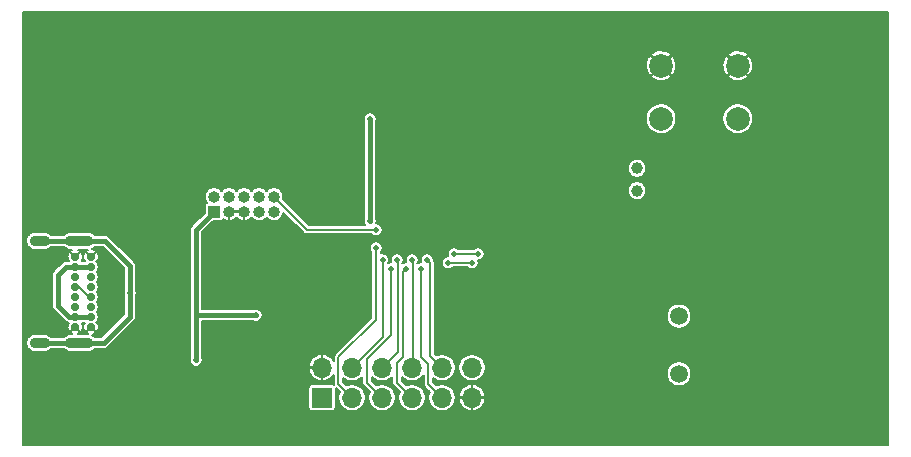
<source format=gbl>
G04 #@! TF.GenerationSoftware,KiCad,Pcbnew,5.1.9*
G04 #@! TF.CreationDate,2021-04-01T15:39:56-06:00*
G04 #@! TF.ProjectId,BluetoothBlinker-PCB,426c7565-746f-46f7-9468-426c696e6b65,rev?*
G04 #@! TF.SameCoordinates,Original*
G04 #@! TF.FileFunction,Copper,L2,Bot*
G04 #@! TF.FilePolarity,Positive*
%FSLAX46Y46*%
G04 Gerber Fmt 4.6, Leading zero omitted, Abs format (unit mm)*
G04 Created by KiCad (PCBNEW 5.1.9) date 2021-04-01 15:39:56*
%MOMM*%
%LPD*%
G01*
G04 APERTURE LIST*
G04 #@! TA.AperFunction,ComponentPad*
%ADD10C,2.000000*%
G04 #@! TD*
G04 #@! TA.AperFunction,ComponentPad*
%ADD11C,1.000000*%
G04 #@! TD*
G04 #@! TA.AperFunction,ComponentPad*
%ADD12O,1.700000X1.700000*%
G04 #@! TD*
G04 #@! TA.AperFunction,ComponentPad*
%ADD13R,1.700000X1.700000*%
G04 #@! TD*
G04 #@! TA.AperFunction,ComponentPad*
%ADD14O,1.700000X0.900000*%
G04 #@! TD*
G04 #@! TA.AperFunction,ComponentPad*
%ADD15O,2.400000X0.900000*%
G04 #@! TD*
G04 #@! TA.AperFunction,ComponentPad*
%ADD16C,0.700000*%
G04 #@! TD*
G04 #@! TA.AperFunction,ComponentPad*
%ADD17R,0.500000X0.900000*%
G04 #@! TD*
G04 #@! TA.AperFunction,ComponentPad*
%ADD18C,1.500000*%
G04 #@! TD*
G04 #@! TA.AperFunction,ComponentPad*
%ADD19O,1.000000X1.000000*%
G04 #@! TD*
G04 #@! TA.AperFunction,ComponentPad*
%ADD20R,1.000000X1.000000*%
G04 #@! TD*
G04 #@! TA.AperFunction,ViaPad*
%ADD21C,0.500000*%
G04 #@! TD*
G04 #@! TA.AperFunction,Conductor*
%ADD22C,0.400000*%
G04 #@! TD*
G04 #@! TA.AperFunction,Conductor*
%ADD23C,0.200000*%
G04 #@! TD*
G04 #@! TA.AperFunction,Conductor*
%ADD24C,0.250000*%
G04 #@! TD*
G04 #@! TA.AperFunction,Conductor*
%ADD25C,0.100000*%
G04 #@! TD*
G04 APERTURE END LIST*
D10*
G04 #@! TO.P,SW1,1*
G04 #@! TO.N,Net-(R7-Pad2)*
X209296000Y33528000D03*
G04 #@! TO.P,SW1,2*
G04 #@! TO.N,GND*
X209296000Y38028000D03*
G04 #@! TO.P,SW1,1*
G04 #@! TO.N,Net-(R7-Pad2)*
X215796000Y33528000D03*
G04 #@! TO.P,SW1,2*
G04 #@! TO.N,GND*
X215796000Y38028000D03*
G04 #@! TD*
D11*
G04 #@! TO.P,Y2,2*
G04 #@! TO.N,/X32K_N*
X207264000Y29332000D03*
G04 #@! TO.P,Y2,1*
G04 #@! TO.N,/X32K_P*
X207264000Y27432000D03*
G04 #@! TD*
D12*
G04 #@! TO.P,J3,12*
G04 #@! TO.N,/VDD*
X193294000Y12446000D03*
G04 #@! TO.P,J3,11*
G04 #@! TO.N,GND*
X193294000Y9906000D03*
G04 #@! TO.P,J3,10*
G04 #@! TO.N,/DIO_30*
X190754000Y12446000D03*
G04 #@! TO.P,J3,9*
G04 #@! TO.N,/DIO_29*
X190754000Y9906000D03*
G04 #@! TO.P,J3,8*
G04 #@! TO.N,/DIO_28*
X188214000Y12446000D03*
G04 #@! TO.P,J3,7*
G04 #@! TO.N,/DIO_27*
X188214000Y9906000D03*
G04 #@! TO.P,J3,6*
G04 #@! TO.N,/DIO_26*
X185674000Y12446000D03*
G04 #@! TO.P,J3,5*
G04 #@! TO.N,/DIO_25*
X185674000Y9906000D03*
G04 #@! TO.P,J3,4*
G04 #@! TO.N,/DIO_24*
X183134000Y12446000D03*
G04 #@! TO.P,J3,3*
G04 #@! TO.N,/DIO_23*
X183134000Y9906000D03*
G04 #@! TO.P,J3,2*
G04 #@! TO.N,GND*
X180594000Y12446000D03*
D13*
G04 #@! TO.P,J3,1*
G04 #@! TO.N,/VDD*
X180594000Y9906000D03*
G04 #@! TD*
D14*
G04 #@! TO.P,J1,S1*
G04 #@! TO.N,GND1*
X156676000Y14544000D03*
X156676000Y23194000D03*
D15*
X160056000Y14544000D03*
X160056000Y23194000D03*
D16*
G04 #@! TO.P,J1,B6*
G04 #@! TO.N,/D-*
X159686000Y18444000D03*
G04 #@! TO.P,J1,B1*
G04 #@! TO.N,GND*
X159686000Y15894000D03*
G04 #@! TO.P,J1,B4*
G04 #@! TO.N,Net-(F1-Pad2)*
X159686000Y16744000D03*
G04 #@! TO.P,J1,B5*
G04 #@! TO.N,Net-(J1-PadB5)*
X159686000Y17594000D03*
G04 #@! TO.P,J1,B12*
G04 #@! TO.N,GND*
X159686000Y21844000D03*
G04 #@! TO.P,J1,B8*
G04 #@! TO.N,Net-(J1-PadB8)*
X159686000Y20144000D03*
G04 #@! TO.P,J1,B7*
G04 #@! TO.N,/D+*
X159686000Y19294000D03*
G04 #@! TO.P,J1,B9*
G04 #@! TO.N,Net-(F1-Pad2)*
X159686000Y20994000D03*
G04 #@! TO.P,J1,A12*
G04 #@! TO.N,GND*
X161036000Y15894000D03*
G04 #@! TO.P,J1,A9*
G04 #@! TO.N,Net-(F1-Pad2)*
X161036000Y16744000D03*
G04 #@! TO.P,J1,A8*
G04 #@! TO.N,Net-(J1-PadA8)*
X161036000Y17594000D03*
G04 #@! TO.P,J1,A7*
G04 #@! TO.N,/D+*
X161036000Y18444000D03*
G04 #@! TO.P,J1,A6*
G04 #@! TO.N,/D-*
X161036000Y19294000D03*
G04 #@! TO.P,J1,A5*
G04 #@! TO.N,Net-(J1-PadA5)*
X161036000Y20144000D03*
G04 #@! TO.P,J1,A4*
G04 #@! TO.N,Net-(F1-Pad2)*
X161036000Y20994000D03*
G04 #@! TO.P,J1,A1*
G04 #@! TO.N,GND*
X161036000Y21844000D03*
G04 #@! TD*
D17*
G04 #@! TO.P,AE1,2*
G04 #@! TO.N,GND*
X220726000Y25976000D03*
G04 #@! TD*
D18*
G04 #@! TO.P,Y1,2*
G04 #@! TO.N,/X48M_N*
X210820000Y11938000D03*
G04 #@! TO.P,Y1,1*
G04 #@! TO.N,/X48M_P*
X210820000Y16818000D03*
G04 #@! TD*
D19*
G04 #@! TO.P,J2,10*
G04 #@! TO.N,/JTAG_RESET_MCU*
X176530000Y26924000D03*
G04 #@! TO.P,J2,9*
G04 #@! TO.N,Net-(J2-Pad9)*
X176530000Y25654000D03*
G04 #@! TO.P,J2,8*
G04 #@! TO.N,/JTAG_TDI_MCU*
X175260000Y26924000D03*
G04 #@! TO.P,J2,7*
G04 #@! TO.N,Net-(J2-Pad7)*
X175260000Y25654000D03*
G04 #@! TO.P,J2,6*
G04 #@! TO.N,/JTAG_TDO_MCU*
X173990000Y26924000D03*
G04 #@! TO.P,J2,5*
G04 #@! TO.N,GND*
X173990000Y25654000D03*
G04 #@! TO.P,J2,4*
G04 #@! TO.N,/JTAG_TCKC_MCU*
X172720000Y26924000D03*
G04 #@! TO.P,J2,3*
G04 #@! TO.N,GND*
X172720000Y25654000D03*
G04 #@! TO.P,J2,2*
G04 #@! TO.N,/JTAG_TMSC_MCU*
X171450000Y26924000D03*
D20*
G04 #@! TO.P,J2,1*
G04 #@! TO.N,/VDD*
X171450000Y25654000D03*
G04 #@! TD*
D21*
G04 #@! TO.N,GND*
X190754000Y30734000D03*
X188468000Y30734000D03*
X193040000Y33020000D03*
X198120000Y33020000D03*
X213360000Y35560000D03*
X210820000Y35560000D03*
X213360000Y38100000D03*
X203200000Y38100000D03*
X205740000Y38100000D03*
X208280000Y30480000D03*
X200660000Y30480000D03*
X198120000Y30480000D03*
X187960000Y35560000D03*
X180340000Y30480000D03*
X177800000Y30480000D03*
X175260000Y30480000D03*
X182880000Y30480000D03*
X171704000Y32258000D03*
X157480000Y40640000D03*
X160020000Y40640000D03*
X162560000Y40640000D03*
X165100000Y40640000D03*
X167640000Y40640000D03*
X170180000Y40640000D03*
X172720000Y40640000D03*
X175260000Y40640000D03*
X177800000Y40640000D03*
X180340000Y40640000D03*
X182880000Y40640000D03*
X185420000Y40640000D03*
X187960000Y40640000D03*
X190500000Y40640000D03*
X193040000Y40640000D03*
X165100000Y38100000D03*
X180340000Y38100000D03*
X172720000Y38100000D03*
X160020000Y38100000D03*
X157480000Y38100000D03*
X182880000Y38100000D03*
X185420000Y38100000D03*
X162560000Y38100000D03*
X175260000Y38100000D03*
X170180000Y38100000D03*
X167640000Y38100000D03*
X177800000Y38100000D03*
X165100000Y35560000D03*
X172720000Y35560000D03*
X160020000Y35560000D03*
X157480000Y35560000D03*
X182880000Y35560000D03*
X185420000Y35560000D03*
X162560000Y35560000D03*
X175260000Y35560000D03*
X170180000Y35560000D03*
X167640000Y35560000D03*
X177800000Y35560000D03*
X160020000Y33020000D03*
X157480000Y33020000D03*
X162560000Y33020000D03*
X157480000Y30480000D03*
X160020000Y27940000D03*
X157480000Y27940000D03*
X162560000Y30480000D03*
X162560000Y27940000D03*
X160020000Y30480000D03*
X187960000Y38100000D03*
X190500000Y38100000D03*
X190500000Y35560000D03*
X193040000Y35560000D03*
X195580000Y38100000D03*
X200660000Y35560000D03*
X198120000Y35560000D03*
X203200000Y35560000D03*
X205740000Y35560000D03*
X195580000Y35560000D03*
X193040000Y30480000D03*
X169164000Y29210000D03*
X171450000Y29210000D03*
X169164000Y26670000D03*
X168910000Y24130000D03*
X168910000Y21590000D03*
X173990000Y13208000D03*
X173990000Y15240000D03*
X173990000Y18796000D03*
X173990000Y22860000D03*
X179070000Y22860000D03*
X179070000Y20320000D03*
X190500000Y15240000D03*
X193040000Y15240000D03*
X218440000Y38100000D03*
X218440000Y35560000D03*
X218440000Y33020000D03*
X218440000Y30480000D03*
X218440000Y27940000D03*
X215900000Y27940000D03*
X213360000Y27940000D03*
X215900000Y30480000D03*
X213360000Y30480000D03*
X210820000Y30480000D03*
X210820000Y27940000D03*
X205740000Y15240000D03*
X203200000Y17780000D03*
X200660000Y17780000D03*
X198120000Y17780000D03*
X198120000Y20320000D03*
X200660000Y20320000D03*
X203200000Y20320000D03*
X198120000Y10160000D03*
X200660000Y10160000D03*
X195580000Y10160000D03*
X203200000Y10160000D03*
X198120000Y12700000D03*
X200660000Y12700000D03*
X195580000Y12700000D03*
X203200000Y12700000D03*
X182880000Y15240000D03*
X180340000Y15240000D03*
X182880000Y17780000D03*
X160020000Y10160000D03*
X160020000Y7620000D03*
X162560000Y7620000D03*
X162560000Y12700000D03*
X157480000Y7620000D03*
X157480000Y12700000D03*
X157480000Y10160000D03*
X162560000Y10160000D03*
X160020000Y12700000D03*
X165100000Y12700000D03*
X165100000Y7620000D03*
X165100000Y10160000D03*
X167640000Y12700000D03*
X167640000Y7620000D03*
X167640000Y10160000D03*
X170180000Y10160000D03*
X170180000Y7620000D03*
X172720000Y10160000D03*
X172720000Y7620000D03*
X175260000Y10160000D03*
X175260000Y7620000D03*
X177800000Y10160000D03*
X177800000Y7620000D03*
X187960000Y7620000D03*
X190500000Y7620000D03*
X180340000Y7620000D03*
X193040000Y7620000D03*
X185420000Y7620000D03*
X195580000Y7620000D03*
X182880000Y7620000D03*
X205740000Y7620000D03*
X208280000Y7620000D03*
X198120000Y7620000D03*
X210820000Y7620000D03*
X203200000Y7620000D03*
X213360000Y7620000D03*
X200660000Y7620000D03*
X218440000Y12700000D03*
X218440000Y15240000D03*
X218440000Y17780000D03*
X218440000Y10160000D03*
X218440000Y20320000D03*
X218440000Y7620000D03*
X215900000Y7620000D03*
X215900000Y10160000D03*
X215900000Y20320000D03*
X215900000Y15240000D03*
X215900000Y12700000D03*
X215900000Y17780000D03*
X213360000Y20320000D03*
X210820000Y20320000D03*
X208280000Y20320000D03*
X210820000Y15240000D03*
X208280000Y15240000D03*
X208280000Y12700000D03*
X213360000Y15240000D03*
X213360000Y12700000D03*
X213360000Y10160000D03*
X210820000Y10160000D03*
X208280000Y10160000D03*
X208280000Y17780000D03*
X213360000Y17780000D03*
X165100000Y33020000D03*
X165100000Y30480000D03*
X165100000Y27940000D03*
X162560000Y25400000D03*
X160020000Y25400000D03*
X157480000Y25400000D03*
X205740000Y40640000D03*
X195580000Y40640000D03*
X198120000Y40640000D03*
X200660000Y40640000D03*
X203200000Y40640000D03*
X218440000Y40640000D03*
X208280000Y40640000D03*
X210820000Y40640000D03*
X213360000Y40640000D03*
X215900000Y40640000D03*
X220726000Y24892000D03*
X190754000Y25146000D03*
X188214000Y25146000D03*
X189484000Y25146000D03*
X190754000Y26416000D03*
X188214000Y26416000D03*
X189484000Y26416000D03*
X190754000Y27686000D03*
X189484000Y27686000D03*
X188214000Y27686000D03*
X207264000Y21590000D03*
X206248000Y21336000D03*
X205232000Y21590000D03*
X205232000Y22352000D03*
X204724000Y22860000D03*
X203962000Y22860000D03*
X203200000Y22860000D03*
X202438000Y22860000D03*
X201676000Y22860000D03*
X200914000Y22860000D03*
X200660000Y22098000D03*
X200152000Y21590000D03*
X199390000Y21590000D03*
X198628000Y21590000D03*
X197866000Y21590000D03*
X197104000Y21590000D03*
X196596000Y21082000D03*
X196596000Y20320000D03*
X196596000Y19558000D03*
X196596000Y18796000D03*
X196596000Y18034000D03*
X196596000Y17272000D03*
X196596000Y16510000D03*
X195580000Y16002000D03*
X194564000Y16510000D03*
X194564000Y17272000D03*
X194564000Y18034000D03*
X194564000Y18796000D03*
X194564000Y19558000D03*
X194564000Y20320000D03*
X194564000Y21082000D03*
X194564000Y21844000D03*
X194564000Y22606000D03*
X194056000Y23114000D03*
X213868000Y24892000D03*
X218440000Y24892000D03*
X219964000Y24892000D03*
X208534000Y24892000D03*
X207772000Y24892000D03*
X211582000Y24892000D03*
X209296000Y24892000D03*
X216916000Y24892000D03*
X213106000Y24892000D03*
X210820000Y24892000D03*
X212344000Y24892000D03*
X210058000Y24892000D03*
X216154000Y24892000D03*
X215392000Y24892000D03*
X217678000Y24892000D03*
X219202000Y24892000D03*
X214630000Y24892000D03*
X202438000Y24892000D03*
X203200000Y24892000D03*
X206248000Y24892000D03*
X205486000Y24892000D03*
X207010000Y24892000D03*
X204724000Y24892000D03*
X203962000Y24892000D03*
X201676000Y24892000D03*
X200914000Y24892000D03*
X200660000Y25654000D03*
X200152000Y26162000D03*
X199390000Y26162000D03*
X198628000Y26162000D03*
X197866000Y26162000D03*
X197104000Y26162000D03*
X196596000Y26670000D03*
X196596000Y27432000D03*
X195580000Y27686000D03*
X199898000Y23876000D03*
X199136000Y23876000D03*
X198374000Y23876000D03*
X197612000Y23876000D03*
X196850000Y23876000D03*
X196088000Y23876000D03*
X195326000Y23876000D03*
X173990000Y21082000D03*
X207264000Y22352000D03*
X207772000Y22860000D03*
X208534000Y22860000D03*
X213106000Y22860000D03*
X211582000Y22860000D03*
X209296000Y22860000D03*
X210058000Y22860000D03*
X210820000Y22860000D03*
X213868000Y22860000D03*
X212344000Y22860000D03*
X216154000Y22860000D03*
X214630000Y22860000D03*
X216916000Y22860000D03*
X215392000Y22860000D03*
X217678000Y22860000D03*
X218440000Y22860000D03*
X219202000Y22860000D03*
X173482000Y42164000D03*
X177292000Y42164000D03*
X157480000Y42164000D03*
X204724000Y42164000D03*
X213106000Y42164000D03*
X193294000Y42164000D03*
X178816000Y42164000D03*
X199390000Y42164000D03*
X186436000Y42164000D03*
X192532000Y42164000D03*
X208534000Y42164000D03*
X172720000Y42164000D03*
X197104000Y42164000D03*
X187198000Y42164000D03*
X182626000Y42164000D03*
X167386000Y42164000D03*
X174244000Y42164000D03*
X170434000Y42164000D03*
X185674000Y42164000D03*
X183388000Y42164000D03*
X168148000Y42164000D03*
X200152000Y42164000D03*
X218440000Y42164000D03*
X203200000Y42164000D03*
X211582000Y42164000D03*
X191770000Y42164000D03*
X190246000Y42164000D03*
X214630000Y42164000D03*
X168910000Y42164000D03*
X213868000Y42164000D03*
X175006000Y42164000D03*
X159766000Y42164000D03*
X195580000Y42164000D03*
X184912000Y42164000D03*
X179578000Y42164000D03*
X194056000Y42164000D03*
X207772000Y42164000D03*
X191008000Y42164000D03*
X205486000Y42164000D03*
X165100000Y42164000D03*
X197866000Y42164000D03*
X202438000Y42164000D03*
X189484000Y42164000D03*
X194818000Y42164000D03*
X217678000Y42164000D03*
X181102000Y42164000D03*
X165862000Y42164000D03*
X184150000Y42164000D03*
X162052000Y42164000D03*
X166624000Y42164000D03*
X171196000Y42164000D03*
X196342000Y42164000D03*
X209296000Y42164000D03*
X219202000Y42164000D03*
X206248000Y42164000D03*
X162814000Y42164000D03*
X200914000Y42164000D03*
X159004000Y42164000D03*
X212344000Y42164000D03*
X175768000Y42164000D03*
X180340000Y42164000D03*
X203962000Y42164000D03*
X187960000Y42164000D03*
X215392000Y42164000D03*
X207010000Y42164000D03*
X198628000Y42164000D03*
X176530000Y42164000D03*
X164338000Y42164000D03*
X216154000Y42164000D03*
X160528000Y42164000D03*
X210820000Y42164000D03*
X158242000Y42164000D03*
X201676000Y42164000D03*
X178054000Y42164000D03*
X188722000Y42164000D03*
X181864000Y42164000D03*
X171958000Y42164000D03*
X169672000Y42164000D03*
X163576000Y42164000D03*
X161290000Y42164000D03*
X216916000Y42164000D03*
X210058000Y42164000D03*
X220726000Y26924000D03*
X219964000Y42164000D03*
X220726000Y39878000D03*
X220726000Y41402000D03*
X220726000Y40640000D03*
X220726000Y38354000D03*
X220726000Y39116000D03*
X220726000Y35306000D03*
X220726000Y37592000D03*
X220726000Y36830000D03*
X220726000Y36068000D03*
X220726000Y31496000D03*
X220726000Y32258000D03*
X220726000Y33782000D03*
X220726000Y30734000D03*
X220726000Y33020000D03*
X220726000Y34544000D03*
X220726000Y29210000D03*
X220726000Y28448000D03*
X220726000Y27686000D03*
X220726000Y29972000D03*
X220726000Y42164000D03*
X220218000Y6350000D03*
X220726000Y6858000D03*
X220726000Y7620000D03*
X220726000Y8382000D03*
X220726000Y9144000D03*
X220726000Y10668000D03*
X220726000Y9906000D03*
X220726000Y12192000D03*
X220726000Y11430000D03*
X220726000Y12954000D03*
X220726000Y14478000D03*
X220726000Y13716000D03*
X220726000Y16764000D03*
X220726000Y16002000D03*
X220726000Y21336000D03*
X220726000Y22098000D03*
X220726000Y15240000D03*
X220726000Y18288000D03*
X220726000Y17526000D03*
X220726000Y19050000D03*
X220726000Y19812000D03*
X220726000Y20574000D03*
X219964000Y22860000D03*
X220726000Y22860000D03*
X155956000Y13208000D03*
X155956000Y10922000D03*
X155956000Y11684000D03*
X155956000Y10160000D03*
X155956000Y12446000D03*
X155956000Y8636000D03*
X155956000Y9398000D03*
X155956000Y7874000D03*
X155956000Y7112000D03*
X157734000Y6350000D03*
X158496000Y6350000D03*
X156210000Y6350000D03*
X156972000Y6350000D03*
X160782000Y6350000D03*
X161544000Y6350000D03*
X162306000Y6350000D03*
X160020000Y6350000D03*
X159258000Y6350000D03*
X165354000Y6350000D03*
X166878000Y6350000D03*
X170688000Y6350000D03*
X173736000Y6350000D03*
X171450000Y6350000D03*
X163068000Y6350000D03*
X172974000Y6350000D03*
X167640000Y6350000D03*
X169164000Y6350000D03*
X172212000Y6350000D03*
X163830000Y6350000D03*
X168402000Y6350000D03*
X164592000Y6350000D03*
X166116000Y6350000D03*
X169926000Y6350000D03*
X181356000Y6350000D03*
X174498000Y6350000D03*
X180594000Y6350000D03*
X185166000Y6350000D03*
X175260000Y6350000D03*
X179832000Y6350000D03*
X178308000Y6350000D03*
X183642000Y6350000D03*
X182118000Y6350000D03*
X179070000Y6350000D03*
X177546000Y6350000D03*
X182880000Y6350000D03*
X184404000Y6350000D03*
X176022000Y6350000D03*
X176784000Y6350000D03*
X192786000Y6350000D03*
X187452000Y6350000D03*
X196596000Y6350000D03*
X188214000Y6350000D03*
X191262000Y6350000D03*
X195834000Y6350000D03*
X193548000Y6350000D03*
X185928000Y6350000D03*
X190500000Y6350000D03*
X194310000Y6350000D03*
X188976000Y6350000D03*
X192024000Y6350000D03*
X195072000Y6350000D03*
X186690000Y6350000D03*
X189738000Y6350000D03*
X201168000Y6350000D03*
X206502000Y6350000D03*
X199644000Y6350000D03*
X202692000Y6350000D03*
X201930000Y6350000D03*
X208026000Y6350000D03*
X205740000Y6350000D03*
X197358000Y6350000D03*
X207264000Y6350000D03*
X200406000Y6350000D03*
X203454000Y6350000D03*
X204216000Y6350000D03*
X198882000Y6350000D03*
X214122000Y6350000D03*
X215646000Y6350000D03*
X213360000Y6350000D03*
X214884000Y6350000D03*
X212598000Y6350000D03*
X216408000Y6350000D03*
X217170000Y6350000D03*
X217932000Y6350000D03*
X218694000Y6350000D03*
X219456000Y6350000D03*
X204978000Y6350000D03*
X198120000Y6350000D03*
X208788000Y6350000D03*
X210312000Y6350000D03*
X209550000Y6350000D03*
X211074000Y6350000D03*
X211836000Y6350000D03*
X155956000Y42164000D03*
X156718000Y42164000D03*
X155956000Y26162000D03*
X155956000Y28448000D03*
X155956000Y26924000D03*
X155956000Y24638000D03*
X155956000Y27686000D03*
X155956000Y25400000D03*
X155956000Y35306000D03*
X155956000Y29210000D03*
X155956000Y30734000D03*
X155956000Y29972000D03*
X155956000Y32258000D03*
X155956000Y33020000D03*
X155956000Y34544000D03*
X155956000Y33782000D03*
X155956000Y31496000D03*
X155956000Y40640000D03*
X155956000Y39116000D03*
X155956000Y36830000D03*
X155956000Y37592000D03*
X155956000Y41402000D03*
X155956000Y36068000D03*
X155956000Y38354000D03*
X155956000Y39878000D03*
G04 #@! TO.N,/VDD*
X175006000Y16891000D03*
X169926000Y13081000D03*
G04 #@! TO.N,/VDDS*
X184658000Y33528000D03*
X184658000Y24892000D03*
G04 #@! TO.N,/X48M_P*
X191770000Y22098000D03*
X193802000Y22098000D03*
G04 #@! TO.N,/X48M_N*
X191262000Y21336000D03*
X193294000Y21336000D03*
G04 #@! TO.N,GND1*
X164338000Y18796000D03*
G04 #@! TO.N,/JTAG_RESET_MCU*
X185166000Y24130000D03*
G04 #@! TO.N,/DIO_23*
X185166000Y22606000D03*
G04 #@! TO.N,/DIO_30*
X189484000Y21590000D03*
G04 #@! TO.N,/DIO_25*
X186436000Y20828000D03*
G04 #@! TO.N,/DIO_24*
X185716010Y21590000D03*
G04 #@! TO.N,/DIO_29*
X188976000Y20828018D03*
G04 #@! TO.N,/DIO_26*
X186944000Y21590000D03*
G04 #@! TO.N,/DIO_27*
X187706000Y20828000D03*
G04 #@! TO.N,/DIO_28*
X188214000Y21590000D03*
G04 #@! TD*
D22*
G04 #@! TO.N,/VDD*
X169926000Y24130000D02*
X171450000Y25654000D01*
X170053000Y16891000D02*
X169926000Y17018000D01*
X175006000Y16891000D02*
X170053000Y16891000D01*
X169926000Y17018000D02*
X169926000Y24130000D01*
X169926000Y13081000D02*
X169926000Y17018000D01*
G04 #@! TO.N,/VDDS*
X184658000Y33528000D02*
X184658000Y24892000D01*
D23*
G04 #@! TO.N,/X48M_P*
X191770000Y22098000D02*
X193802000Y22098000D01*
G04 #@! TO.N,/X48M_N*
X191262000Y21336000D02*
X193294000Y21336000D01*
D22*
G04 #@! TO.N,GND1*
X160056000Y23194000D02*
X156676000Y23194000D01*
X156676000Y14544000D02*
X160056000Y14544000D01*
X160056000Y14544000D02*
X162118000Y14544000D01*
X164338000Y16764000D02*
X164338000Y18796000D01*
X162118000Y14544000D02*
X164338000Y16764000D01*
X160056000Y23194000D02*
X162226000Y23194000D01*
X164338000Y21082000D02*
X164338000Y18796000D01*
X162226000Y23194000D02*
X164338000Y21082000D01*
G04 #@! TO.N,Net-(F1-Pad2)*
X161036000Y20994000D02*
X159686000Y20994000D01*
X159686000Y20994000D02*
X158916000Y20994000D01*
X158916000Y20994000D02*
X158242000Y20320000D01*
X158242000Y17693026D02*
X159191026Y16744000D01*
X159191026Y16744000D02*
X159686000Y16744000D01*
X158242000Y20320000D02*
X158242000Y17693026D01*
X159686000Y16744000D02*
X161036000Y16744000D01*
D23*
G04 #@! TO.N,/JTAG_RESET_MCU*
X179324000Y24130000D02*
X176530000Y26924000D01*
X185166000Y24130000D02*
X179324000Y24130000D01*
G04 #@! TO.N,/DIO_23*
X185166000Y16510000D02*
X181983999Y13327999D01*
X185166000Y22606000D02*
X185166000Y16510000D01*
X181983999Y11056001D02*
X183134000Y9906000D01*
X181983999Y13327999D02*
X181983999Y11056001D01*
G04 #@! TO.N,/DIO_30*
X189733999Y13466001D02*
X190754000Y12446000D01*
X189733999Y21340001D02*
X189733999Y13466001D01*
X189484000Y21590000D02*
X189733999Y21340001D01*
G04 #@! TO.N,/DIO_25*
X186436000Y20828000D02*
X186436000Y15182300D01*
X186436000Y15182300D02*
X184404000Y13150300D01*
X184404000Y13150300D02*
X184404000Y11176000D01*
X184404000Y11176000D02*
X185674000Y9906000D01*
G04 #@! TO.N,/DIO_24*
X185716010Y15028010D02*
X185716010Y21590000D01*
X183134000Y12446000D02*
X185716010Y15028010D01*
G04 #@! TO.N,/DIO_29*
X189603999Y11056001D02*
X190754000Y9906000D01*
X189603999Y12758003D02*
X189603999Y11056001D01*
X188976000Y13386002D02*
X189603999Y12758003D01*
X188976000Y20828018D02*
X188976000Y13386002D01*
G04 #@! TO.N,/DIO_26*
X186986001Y13758001D02*
X185674000Y12446000D01*
X186986001Y21547999D02*
X186986001Y13758001D01*
X186944000Y21590000D02*
X186986001Y21547999D01*
G04 #@! TO.N,/DIO_27*
X186944000Y11176000D02*
X188214000Y9906000D01*
X187452000Y13386002D02*
X186944000Y12878002D01*
X187452000Y20574000D02*
X187452000Y13386002D01*
X186944000Y12878002D02*
X186944000Y11176000D01*
X187706000Y20828000D02*
X187452000Y20574000D01*
G04 #@! TO.N,/DIO_28*
X188256001Y12488001D02*
X188214000Y12446000D01*
X188256001Y21547999D02*
X188256001Y12488001D01*
X188214000Y21590000D02*
X188256001Y21547999D01*
G04 #@! TO.N,/D-*
X159686000Y18444000D02*
X159798002Y18444000D01*
D24*
G04 #@! TO.N,/D+*
X160996000Y18432000D02*
X161180000Y18432000D01*
X160886998Y18444000D02*
X161036000Y18444000D01*
D23*
X160036998Y19294000D02*
X160886998Y18444000D01*
X159686000Y19294000D02*
X160036998Y19294000D01*
G04 #@! TD*
G04 #@! TO.N,GND*
X228529001Y5913000D02*
X155265000Y5913000D01*
X155265000Y10756000D01*
X179442549Y10756000D01*
X179442549Y9056000D01*
X179448341Y8997190D01*
X179465496Y8940640D01*
X179493353Y8888523D01*
X179530842Y8842842D01*
X179576523Y8805353D01*
X179628640Y8777496D01*
X179685190Y8760341D01*
X179744000Y8754549D01*
X181444000Y8754549D01*
X181502810Y8760341D01*
X181559360Y8777496D01*
X181611477Y8805353D01*
X181657158Y8842842D01*
X181694647Y8888523D01*
X181722504Y8940640D01*
X181739659Y8997190D01*
X181745451Y9056000D01*
X181745451Y10728864D01*
X182088143Y10386172D01*
X182028194Y10241443D01*
X181984000Y10019265D01*
X181984000Y9792735D01*
X182028194Y9570557D01*
X182114884Y9361271D01*
X182240737Y9172918D01*
X182400918Y9012737D01*
X182589271Y8886884D01*
X182798557Y8800194D01*
X183020735Y8756000D01*
X183247265Y8756000D01*
X183469443Y8800194D01*
X183678729Y8886884D01*
X183867082Y9012737D01*
X184027263Y9172918D01*
X184153116Y9361271D01*
X184239806Y9570557D01*
X184284000Y9792735D01*
X184284000Y10019265D01*
X184239806Y10241443D01*
X184153116Y10450729D01*
X184027263Y10639082D01*
X183867082Y10799263D01*
X183678729Y10925116D01*
X183469443Y11011806D01*
X183247265Y11056000D01*
X183020735Y11056000D01*
X182798557Y11011806D01*
X182653828Y10951857D01*
X182383999Y11221686D01*
X182383999Y11569656D01*
X182400918Y11552737D01*
X182589271Y11426884D01*
X182798557Y11340194D01*
X183020735Y11296000D01*
X183247265Y11296000D01*
X183469443Y11340194D01*
X183678729Y11426884D01*
X183867082Y11552737D01*
X184004001Y11689656D01*
X184004001Y11195656D01*
X184002065Y11176000D01*
X184009788Y11097587D01*
X184032661Y11022186D01*
X184069803Y10952698D01*
X184107265Y10907050D01*
X184107268Y10907047D01*
X184119790Y10891789D01*
X184135048Y10879267D01*
X184628143Y10386171D01*
X184568194Y10241443D01*
X184524000Y10019265D01*
X184524000Y9792735D01*
X184568194Y9570557D01*
X184654884Y9361271D01*
X184780737Y9172918D01*
X184940918Y9012737D01*
X185129271Y8886884D01*
X185338557Y8800194D01*
X185560735Y8756000D01*
X185787265Y8756000D01*
X186009443Y8800194D01*
X186218729Y8886884D01*
X186407082Y9012737D01*
X186567263Y9172918D01*
X186693116Y9361271D01*
X186779806Y9570557D01*
X186824000Y9792735D01*
X186824000Y10019265D01*
X186779806Y10241443D01*
X186693116Y10450729D01*
X186567263Y10639082D01*
X186407082Y10799263D01*
X186218729Y10925116D01*
X186009443Y11011806D01*
X185787265Y11056000D01*
X185560735Y11056000D01*
X185338557Y11011806D01*
X185193829Y10951857D01*
X184804000Y11341685D01*
X184804000Y11689655D01*
X184940918Y11552737D01*
X185129271Y11426884D01*
X185338557Y11340194D01*
X185560735Y11296000D01*
X185787265Y11296000D01*
X186009443Y11340194D01*
X186218729Y11426884D01*
X186407082Y11552737D01*
X186544001Y11689656D01*
X186544001Y11195656D01*
X186542065Y11176000D01*
X186549788Y11097587D01*
X186572661Y11022186D01*
X186609803Y10952698D01*
X186647265Y10907050D01*
X186647268Y10907047D01*
X186659790Y10891789D01*
X186675048Y10879267D01*
X187168143Y10386171D01*
X187108194Y10241443D01*
X187064000Y10019265D01*
X187064000Y9792735D01*
X187108194Y9570557D01*
X187194884Y9361271D01*
X187320737Y9172918D01*
X187480918Y9012737D01*
X187669271Y8886884D01*
X187878557Y8800194D01*
X188100735Y8756000D01*
X188327265Y8756000D01*
X188549443Y8800194D01*
X188758729Y8886884D01*
X188947082Y9012737D01*
X189107263Y9172918D01*
X189233116Y9361271D01*
X189319806Y9570557D01*
X189364000Y9792735D01*
X189364000Y10019265D01*
X189319806Y10241443D01*
X189233116Y10450729D01*
X189107263Y10639082D01*
X188947082Y10799263D01*
X188758729Y10925116D01*
X188549443Y11011806D01*
X188327265Y11056000D01*
X188100735Y11056000D01*
X187878557Y11011806D01*
X187733829Y10951857D01*
X187344000Y11341685D01*
X187344000Y11689655D01*
X187480918Y11552737D01*
X187669271Y11426884D01*
X187878557Y11340194D01*
X188100735Y11296000D01*
X188327265Y11296000D01*
X188549443Y11340194D01*
X188758729Y11426884D01*
X188947082Y11552737D01*
X189107263Y11712918D01*
X189204000Y11857695D01*
X189204000Y11075657D01*
X189202064Y11056001D01*
X189209787Y10977588D01*
X189232660Y10902187D01*
X189269802Y10832699D01*
X189307264Y10787051D01*
X189307267Y10787048D01*
X189319789Y10771790D01*
X189335047Y10759268D01*
X189708143Y10386172D01*
X189648194Y10241443D01*
X189604000Y10019265D01*
X189604000Y9792735D01*
X189648194Y9570557D01*
X189734884Y9361271D01*
X189860737Y9172918D01*
X190020918Y9012737D01*
X190209271Y8886884D01*
X190418557Y8800194D01*
X190640735Y8756000D01*
X190867265Y8756000D01*
X191089443Y8800194D01*
X191298729Y8886884D01*
X191487082Y9012737D01*
X191647263Y9172918D01*
X191773116Y9361271D01*
X191859806Y9570557D01*
X191885842Y9701451D01*
X192162337Y9701451D01*
X192223987Y9484605D01*
X192326757Y9283953D01*
X192466698Y9107206D01*
X192638431Y8961156D01*
X192835357Y8851416D01*
X193049909Y8782203D01*
X193089451Y8774338D01*
X193269000Y8831291D01*
X193269000Y9881000D01*
X193319000Y9881000D01*
X193319000Y8831291D01*
X193498549Y8774338D01*
X193538091Y8782203D01*
X193752643Y8851416D01*
X193949569Y8961156D01*
X194121302Y9107206D01*
X194261243Y9283953D01*
X194364013Y9484605D01*
X194425663Y9701451D01*
X194368729Y9881000D01*
X193319000Y9881000D01*
X193269000Y9881000D01*
X192219271Y9881000D01*
X192162337Y9701451D01*
X191885842Y9701451D01*
X191904000Y9792735D01*
X191904000Y10019265D01*
X191885843Y10110549D01*
X192162337Y10110549D01*
X192219271Y9931000D01*
X193269000Y9931000D01*
X193269000Y10980709D01*
X193319000Y10980709D01*
X193319000Y9931000D01*
X194368729Y9931000D01*
X194425663Y10110549D01*
X194364013Y10327395D01*
X194261243Y10528047D01*
X194121302Y10704794D01*
X193949569Y10850844D01*
X193752643Y10960584D01*
X193538091Y11029797D01*
X193498549Y11037662D01*
X193319000Y10980709D01*
X193269000Y10980709D01*
X193089451Y11037662D01*
X193049909Y11029797D01*
X192835357Y10960584D01*
X192638431Y10850844D01*
X192466698Y10704794D01*
X192326757Y10528047D01*
X192223987Y10327395D01*
X192162337Y10110549D01*
X191885843Y10110549D01*
X191859806Y10241443D01*
X191773116Y10450729D01*
X191647263Y10639082D01*
X191487082Y10799263D01*
X191298729Y10925116D01*
X191089443Y11011806D01*
X190867265Y11056000D01*
X190640735Y11056000D01*
X190418557Y11011806D01*
X190273828Y10951857D01*
X190003999Y11221686D01*
X190003999Y11569656D01*
X190020918Y11552737D01*
X190209271Y11426884D01*
X190418557Y11340194D01*
X190640735Y11296000D01*
X190867265Y11296000D01*
X191089443Y11340194D01*
X191298729Y11426884D01*
X191487082Y11552737D01*
X191647263Y11712918D01*
X191773116Y11901271D01*
X191859806Y12110557D01*
X191904000Y12332735D01*
X191904000Y12559265D01*
X192144000Y12559265D01*
X192144000Y12332735D01*
X192188194Y12110557D01*
X192274884Y11901271D01*
X192400737Y11712918D01*
X192560918Y11552737D01*
X192749271Y11426884D01*
X192958557Y11340194D01*
X193180735Y11296000D01*
X193407265Y11296000D01*
X193629443Y11340194D01*
X193838729Y11426884D01*
X194027082Y11552737D01*
X194187263Y11712918D01*
X194313116Y11901271D01*
X194371166Y12041416D01*
X209770000Y12041416D01*
X209770000Y11834584D01*
X209810350Y11631726D01*
X209889502Y11440638D01*
X210004411Y11268664D01*
X210150664Y11122411D01*
X210322638Y11007502D01*
X210513726Y10928350D01*
X210716584Y10888000D01*
X210923416Y10888000D01*
X211126274Y10928350D01*
X211317362Y11007502D01*
X211489336Y11122411D01*
X211635589Y11268664D01*
X211750498Y11440638D01*
X211829650Y11631726D01*
X211870000Y11834584D01*
X211870000Y12041416D01*
X211829650Y12244274D01*
X211750498Y12435362D01*
X211635589Y12607336D01*
X211489336Y12753589D01*
X211317362Y12868498D01*
X211126274Y12947650D01*
X210923416Y12988000D01*
X210716584Y12988000D01*
X210513726Y12947650D01*
X210322638Y12868498D01*
X210150664Y12753589D01*
X210004411Y12607336D01*
X209889502Y12435362D01*
X209810350Y12244274D01*
X209770000Y12041416D01*
X194371166Y12041416D01*
X194399806Y12110557D01*
X194444000Y12332735D01*
X194444000Y12559265D01*
X194399806Y12781443D01*
X194313116Y12990729D01*
X194187263Y13179082D01*
X194027082Y13339263D01*
X193838729Y13465116D01*
X193629443Y13551806D01*
X193407265Y13596000D01*
X193180735Y13596000D01*
X192958557Y13551806D01*
X192749271Y13465116D01*
X192560918Y13339263D01*
X192400737Y13179082D01*
X192274884Y12990729D01*
X192188194Y12781443D01*
X192144000Y12559265D01*
X191904000Y12559265D01*
X191859806Y12781443D01*
X191773116Y12990729D01*
X191647263Y13179082D01*
X191487082Y13339263D01*
X191298729Y13465116D01*
X191089443Y13551806D01*
X190867265Y13596000D01*
X190640735Y13596000D01*
X190418557Y13551806D01*
X190273828Y13491857D01*
X190133999Y13631686D01*
X190133999Y16921416D01*
X209770000Y16921416D01*
X209770000Y16714584D01*
X209810350Y16511726D01*
X209889502Y16320638D01*
X210004411Y16148664D01*
X210150664Y16002411D01*
X210322638Y15887502D01*
X210513726Y15808350D01*
X210716584Y15768000D01*
X210923416Y15768000D01*
X211126274Y15808350D01*
X211317362Y15887502D01*
X211489336Y16002411D01*
X211635589Y16148664D01*
X211750498Y16320638D01*
X211829650Y16511726D01*
X211870000Y16714584D01*
X211870000Y16921416D01*
X211829650Y17124274D01*
X211750498Y17315362D01*
X211635589Y17487336D01*
X211489336Y17633589D01*
X211317362Y17748498D01*
X211126274Y17827650D01*
X210923416Y17868000D01*
X210716584Y17868000D01*
X210513726Y17827650D01*
X210322638Y17748498D01*
X210150664Y17633589D01*
X210004411Y17487336D01*
X209889502Y17315362D01*
X209810350Y17124274D01*
X209770000Y16921416D01*
X190133999Y16921416D01*
X190133999Y21320355D01*
X190135934Y21340001D01*
X190130993Y21390170D01*
X190712000Y21390170D01*
X190712000Y21281830D01*
X190733136Y21175571D01*
X190774597Y21075477D01*
X190834787Y20985396D01*
X190911396Y20908787D01*
X191001477Y20848597D01*
X191101571Y20807136D01*
X191207830Y20786000D01*
X191316170Y20786000D01*
X191422429Y20807136D01*
X191522523Y20848597D01*
X191612604Y20908787D01*
X191639817Y20936000D01*
X192916183Y20936000D01*
X192943396Y20908787D01*
X193033477Y20848597D01*
X193133571Y20807136D01*
X193239830Y20786000D01*
X193348170Y20786000D01*
X193454429Y20807136D01*
X193554523Y20848597D01*
X193644604Y20908787D01*
X193721213Y20985396D01*
X193781403Y21075477D01*
X193822864Y21175571D01*
X193844000Y21281830D01*
X193844000Y21390170D01*
X193822864Y21496429D01*
X193801502Y21548000D01*
X193856170Y21548000D01*
X193962429Y21569136D01*
X194062523Y21610597D01*
X194152604Y21670787D01*
X194229213Y21747396D01*
X194289403Y21837477D01*
X194330864Y21937571D01*
X194352000Y22043830D01*
X194352000Y22152170D01*
X194330864Y22258429D01*
X194289403Y22358523D01*
X194229213Y22448604D01*
X194152604Y22525213D01*
X194062523Y22585403D01*
X193962429Y22626864D01*
X193856170Y22648000D01*
X193747830Y22648000D01*
X193641571Y22626864D01*
X193541477Y22585403D01*
X193451396Y22525213D01*
X193424183Y22498000D01*
X192147817Y22498000D01*
X192120604Y22525213D01*
X192030523Y22585403D01*
X191930429Y22626864D01*
X191824170Y22648000D01*
X191715830Y22648000D01*
X191609571Y22626864D01*
X191509477Y22585403D01*
X191419396Y22525213D01*
X191342787Y22448604D01*
X191282597Y22358523D01*
X191241136Y22258429D01*
X191220000Y22152170D01*
X191220000Y22043830D01*
X191241136Y21937571D01*
X191262498Y21886000D01*
X191207830Y21886000D01*
X191101571Y21864864D01*
X191001477Y21823403D01*
X190911396Y21763213D01*
X190834787Y21686604D01*
X190774597Y21596523D01*
X190733136Y21496429D01*
X190712000Y21390170D01*
X190130993Y21390170D01*
X190128211Y21418415D01*
X190116150Y21458175D01*
X190105339Y21493815D01*
X190068196Y21563304D01*
X190034000Y21604972D01*
X190034000Y21644170D01*
X190012864Y21750429D01*
X189971403Y21850523D01*
X189911213Y21940604D01*
X189834604Y22017213D01*
X189744523Y22077403D01*
X189644429Y22118864D01*
X189538170Y22140000D01*
X189429830Y22140000D01*
X189323571Y22118864D01*
X189223477Y22077403D01*
X189133396Y22017213D01*
X189056787Y21940604D01*
X188996597Y21850523D01*
X188955136Y21750429D01*
X188934000Y21644170D01*
X188934000Y21535830D01*
X188955136Y21429571D01*
X188976490Y21378018D01*
X188921830Y21378018D01*
X188815571Y21356882D01*
X188715477Y21315421D01*
X188673085Y21287095D01*
X188701403Y21329477D01*
X188742864Y21429571D01*
X188764000Y21535830D01*
X188764000Y21644170D01*
X188742864Y21750429D01*
X188701403Y21850523D01*
X188641213Y21940604D01*
X188564604Y22017213D01*
X188474523Y22077403D01*
X188374429Y22118864D01*
X188268170Y22140000D01*
X188159830Y22140000D01*
X188053571Y22118864D01*
X187953477Y22077403D01*
X187863396Y22017213D01*
X187786787Y21940604D01*
X187726597Y21850523D01*
X187685136Y21750429D01*
X187664000Y21644170D01*
X187664000Y21535830D01*
X187685136Y21429571D01*
X187706498Y21378000D01*
X187651830Y21378000D01*
X187545571Y21356864D01*
X187445477Y21315403D01*
X187403063Y21287063D01*
X187431403Y21329477D01*
X187472864Y21429571D01*
X187494000Y21535830D01*
X187494000Y21644170D01*
X187472864Y21750429D01*
X187431403Y21850523D01*
X187371213Y21940604D01*
X187294604Y22017213D01*
X187204523Y22077403D01*
X187104429Y22118864D01*
X186998170Y22140000D01*
X186889830Y22140000D01*
X186783571Y22118864D01*
X186683477Y22077403D01*
X186593396Y22017213D01*
X186516787Y21940604D01*
X186456597Y21850523D01*
X186415136Y21750429D01*
X186394000Y21644170D01*
X186394000Y21535830D01*
X186415136Y21429571D01*
X186436498Y21378000D01*
X186381830Y21378000D01*
X186275571Y21356864D01*
X186201101Y21326017D01*
X186203413Y21329477D01*
X186244874Y21429571D01*
X186266010Y21535830D01*
X186266010Y21644170D01*
X186244874Y21750429D01*
X186203413Y21850523D01*
X186143223Y21940604D01*
X186066614Y22017213D01*
X185976533Y22077403D01*
X185876439Y22118864D01*
X185770180Y22140000D01*
X185661840Y22140000D01*
X185566000Y22120936D01*
X185566000Y22228183D01*
X185593213Y22255396D01*
X185653403Y22345477D01*
X185694864Y22445571D01*
X185716000Y22551830D01*
X185716000Y22660170D01*
X185694864Y22766429D01*
X185653403Y22866523D01*
X185593213Y22956604D01*
X185516604Y23033213D01*
X185426523Y23093403D01*
X185326429Y23134864D01*
X185220170Y23156000D01*
X185111830Y23156000D01*
X185005571Y23134864D01*
X184905477Y23093403D01*
X184815396Y23033213D01*
X184738787Y22956604D01*
X184678597Y22866523D01*
X184637136Y22766429D01*
X184616000Y22660170D01*
X184616000Y22551830D01*
X184637136Y22445571D01*
X184678597Y22345477D01*
X184738787Y22255396D01*
X184766000Y22228183D01*
X184766001Y16675687D01*
X181715051Y13624736D01*
X181699788Y13612210D01*
X181649802Y13551301D01*
X181612659Y13481812D01*
X181607382Y13464415D01*
X181589787Y13406412D01*
X181582064Y13327999D01*
X181583999Y13308352D01*
X181583999Y13023617D01*
X181561243Y13068047D01*
X181421302Y13244794D01*
X181249569Y13390844D01*
X181052643Y13500584D01*
X180838091Y13569797D01*
X180798549Y13577662D01*
X180619000Y13520709D01*
X180619000Y12471000D01*
X180639000Y12471000D01*
X180639000Y12421000D01*
X180619000Y12421000D01*
X180619000Y11371291D01*
X180798549Y11314338D01*
X180838091Y11322203D01*
X181052643Y11391416D01*
X181249569Y11501156D01*
X181421302Y11647206D01*
X181561243Y11823953D01*
X181584000Y11868384D01*
X181584000Y11075657D01*
X181582064Y11056001D01*
X181585561Y11020500D01*
X181559360Y11034504D01*
X181502810Y11051659D01*
X181444000Y11057451D01*
X179744000Y11057451D01*
X179685190Y11051659D01*
X179628640Y11034504D01*
X179576523Y11006647D01*
X179530842Y10969158D01*
X179493353Y10923477D01*
X179465496Y10871360D01*
X179448341Y10814810D01*
X179442549Y10756000D01*
X155265000Y10756000D01*
X155265000Y12241451D01*
X179462337Y12241451D01*
X179523987Y12024605D01*
X179626757Y11823953D01*
X179766698Y11647206D01*
X179938431Y11501156D01*
X180135357Y11391416D01*
X180349909Y11322203D01*
X180389451Y11314338D01*
X180569000Y11371291D01*
X180569000Y12421000D01*
X179519271Y12421000D01*
X179462337Y12241451D01*
X155265000Y12241451D01*
X155265000Y13135170D01*
X169376000Y13135170D01*
X169376000Y13026830D01*
X169397136Y12920571D01*
X169438597Y12820477D01*
X169498787Y12730396D01*
X169575396Y12653787D01*
X169665477Y12593597D01*
X169765571Y12552136D01*
X169871830Y12531000D01*
X169980170Y12531000D01*
X170086429Y12552136D01*
X170186523Y12593597D01*
X170271757Y12650549D01*
X179462337Y12650549D01*
X179519271Y12471000D01*
X180569000Y12471000D01*
X180569000Y13520709D01*
X180389451Y13577662D01*
X180349909Y13569797D01*
X180135357Y13500584D01*
X179938431Y13390844D01*
X179766698Y13244794D01*
X179626757Y13068047D01*
X179523987Y12867395D01*
X179462337Y12650549D01*
X170271757Y12650549D01*
X170276604Y12653787D01*
X170353213Y12730396D01*
X170413403Y12820477D01*
X170454864Y12920571D01*
X170476000Y13026830D01*
X170476000Y13135170D01*
X170454864Y13241429D01*
X170426000Y13311112D01*
X170426000Y16391000D01*
X174775888Y16391000D01*
X174845571Y16362136D01*
X174951830Y16341000D01*
X175060170Y16341000D01*
X175166429Y16362136D01*
X175266523Y16403597D01*
X175356604Y16463787D01*
X175433213Y16540396D01*
X175493403Y16630477D01*
X175534864Y16730571D01*
X175556000Y16836830D01*
X175556000Y16945170D01*
X175534864Y17051429D01*
X175493403Y17151523D01*
X175433213Y17241604D01*
X175356604Y17318213D01*
X175266523Y17378403D01*
X175166429Y17419864D01*
X175060170Y17441000D01*
X174951830Y17441000D01*
X174845571Y17419864D01*
X174775888Y17391000D01*
X170426000Y17391000D01*
X170426000Y23922895D01*
X171355655Y24852549D01*
X171950000Y24852549D01*
X172008810Y24858341D01*
X172065360Y24875496D01*
X172117477Y24903353D01*
X172163158Y24940842D01*
X172200647Y24986523D01*
X172224278Y25030734D01*
X172270225Y24992406D01*
X172407938Y24917372D01*
X172557643Y24870646D01*
X172570221Y24868146D01*
X172695000Y24929431D01*
X172695000Y25629000D01*
X172745000Y25629000D01*
X172745000Y24929431D01*
X172869779Y24868146D01*
X172882357Y24870646D01*
X173032062Y24917372D01*
X173169775Y24992406D01*
X173290203Y25092865D01*
X173355000Y25173123D01*
X173419797Y25092865D01*
X173540225Y24992406D01*
X173677938Y24917372D01*
X173827643Y24870646D01*
X173840221Y24868146D01*
X173965000Y24929431D01*
X173965000Y25629000D01*
X172745000Y25629000D01*
X172695000Y25629000D01*
X172675000Y25629000D01*
X172675000Y25679000D01*
X172695000Y25679000D01*
X172695000Y25699000D01*
X172745000Y25699000D01*
X172745000Y25679000D01*
X173965000Y25679000D01*
X173965000Y25699000D01*
X174015000Y25699000D01*
X174015000Y25679000D01*
X174035000Y25679000D01*
X174035000Y25629000D01*
X174015000Y25629000D01*
X174015000Y24929431D01*
X174139779Y24868146D01*
X174152357Y24870646D01*
X174302062Y24917372D01*
X174439775Y24992406D01*
X174560203Y25092865D01*
X174621804Y25169165D01*
X174638599Y25144030D01*
X174750030Y25032599D01*
X174881058Y24945049D01*
X175026649Y24884743D01*
X175181207Y24854000D01*
X175338793Y24854000D01*
X175493351Y24884743D01*
X175638942Y24945049D01*
X175769970Y25032599D01*
X175881401Y25144030D01*
X175895000Y25164382D01*
X175908599Y25144030D01*
X176020030Y25032599D01*
X176151058Y24945049D01*
X176296649Y24884743D01*
X176451207Y24854000D01*
X176608793Y24854000D01*
X176763351Y24884743D01*
X176908942Y24945049D01*
X177039970Y25032599D01*
X177151401Y25144030D01*
X177238951Y25275058D01*
X177299257Y25420649D01*
X177327197Y25561118D01*
X179027263Y23861052D01*
X179039789Y23845789D01*
X179055050Y23833265D01*
X179100697Y23795803D01*
X179170186Y23758660D01*
X179245586Y23735788D01*
X179324000Y23728065D01*
X179343647Y23730000D01*
X184788183Y23730000D01*
X184815396Y23702787D01*
X184905477Y23642597D01*
X185005571Y23601136D01*
X185111830Y23580000D01*
X185220170Y23580000D01*
X185326429Y23601136D01*
X185426523Y23642597D01*
X185516604Y23702787D01*
X185593213Y23779396D01*
X185653403Y23869477D01*
X185694864Y23969571D01*
X185716000Y24075830D01*
X185716000Y24184170D01*
X185694864Y24290429D01*
X185653403Y24390523D01*
X185593213Y24480604D01*
X185516604Y24557213D01*
X185426523Y24617403D01*
X185326429Y24658864D01*
X185220170Y24680000D01*
X185165502Y24680000D01*
X185186864Y24731571D01*
X185208000Y24837830D01*
X185208000Y24946170D01*
X185186864Y25052429D01*
X185158000Y25122112D01*
X185158000Y27510793D01*
X206464000Y27510793D01*
X206464000Y27353207D01*
X206494743Y27198649D01*
X206555049Y27053058D01*
X206642599Y26922030D01*
X206754030Y26810599D01*
X206885058Y26723049D01*
X207030649Y26662743D01*
X207185207Y26632000D01*
X207342793Y26632000D01*
X207497351Y26662743D01*
X207642942Y26723049D01*
X207773970Y26810599D01*
X207885401Y26922030D01*
X207972951Y27053058D01*
X208033257Y27198649D01*
X208064000Y27353207D01*
X208064000Y27510793D01*
X208033257Y27665351D01*
X207972951Y27810942D01*
X207885401Y27941970D01*
X207773970Y28053401D01*
X207642942Y28140951D01*
X207497351Y28201257D01*
X207342793Y28232000D01*
X207185207Y28232000D01*
X207030649Y28201257D01*
X206885058Y28140951D01*
X206754030Y28053401D01*
X206642599Y27941970D01*
X206555049Y27810942D01*
X206494743Y27665351D01*
X206464000Y27510793D01*
X185158000Y27510793D01*
X185158000Y29410793D01*
X206464000Y29410793D01*
X206464000Y29253207D01*
X206494743Y29098649D01*
X206555049Y28953058D01*
X206642599Y28822030D01*
X206754030Y28710599D01*
X206885058Y28623049D01*
X207030649Y28562743D01*
X207185207Y28532000D01*
X207342793Y28532000D01*
X207497351Y28562743D01*
X207642942Y28623049D01*
X207773970Y28710599D01*
X207885401Y28822030D01*
X207972951Y28953058D01*
X208033257Y29098649D01*
X208064000Y29253207D01*
X208064000Y29410793D01*
X208033257Y29565351D01*
X207972951Y29710942D01*
X207885401Y29841970D01*
X207773970Y29953401D01*
X207642942Y30040951D01*
X207497351Y30101257D01*
X207342793Y30132000D01*
X207185207Y30132000D01*
X207030649Y30101257D01*
X206885058Y30040951D01*
X206754030Y29953401D01*
X206642599Y29841970D01*
X206555049Y29710942D01*
X206494743Y29565351D01*
X206464000Y29410793D01*
X185158000Y29410793D01*
X185158000Y33297888D01*
X185186864Y33367571D01*
X185208000Y33473830D01*
X185208000Y33582170D01*
X185193307Y33656039D01*
X207996000Y33656039D01*
X207996000Y33399961D01*
X208045958Y33148804D01*
X208143955Y32912219D01*
X208286224Y32699298D01*
X208467298Y32518224D01*
X208680219Y32375955D01*
X208916804Y32277958D01*
X209167961Y32228000D01*
X209424039Y32228000D01*
X209675196Y32277958D01*
X209911781Y32375955D01*
X210124702Y32518224D01*
X210305776Y32699298D01*
X210448045Y32912219D01*
X210546042Y33148804D01*
X210596000Y33399961D01*
X210596000Y33656039D01*
X214496000Y33656039D01*
X214496000Y33399961D01*
X214545958Y33148804D01*
X214643955Y32912219D01*
X214786224Y32699298D01*
X214967298Y32518224D01*
X215180219Y32375955D01*
X215416804Y32277958D01*
X215667961Y32228000D01*
X215924039Y32228000D01*
X216175196Y32277958D01*
X216411781Y32375955D01*
X216624702Y32518224D01*
X216805776Y32699298D01*
X216948045Y32912219D01*
X217046042Y33148804D01*
X217096000Y33399961D01*
X217096000Y33656039D01*
X217046042Y33907196D01*
X216948045Y34143781D01*
X216805776Y34356702D01*
X216624702Y34537776D01*
X216411781Y34680045D01*
X216175196Y34778042D01*
X215924039Y34828000D01*
X215667961Y34828000D01*
X215416804Y34778042D01*
X215180219Y34680045D01*
X214967298Y34537776D01*
X214786224Y34356702D01*
X214643955Y34143781D01*
X214545958Y33907196D01*
X214496000Y33656039D01*
X210596000Y33656039D01*
X210546042Y33907196D01*
X210448045Y34143781D01*
X210305776Y34356702D01*
X210124702Y34537776D01*
X209911781Y34680045D01*
X209675196Y34778042D01*
X209424039Y34828000D01*
X209167961Y34828000D01*
X208916804Y34778042D01*
X208680219Y34680045D01*
X208467298Y34537776D01*
X208286224Y34356702D01*
X208143955Y34143781D01*
X208045958Y33907196D01*
X207996000Y33656039D01*
X185193307Y33656039D01*
X185186864Y33688429D01*
X185145403Y33788523D01*
X185085213Y33878604D01*
X185008604Y33955213D01*
X184918523Y34015403D01*
X184818429Y34056864D01*
X184712170Y34078000D01*
X184603830Y34078000D01*
X184497571Y34056864D01*
X184397477Y34015403D01*
X184307396Y33955213D01*
X184230787Y33878604D01*
X184170597Y33788523D01*
X184129136Y33688429D01*
X184108000Y33582170D01*
X184108000Y33473830D01*
X184129136Y33367571D01*
X184158000Y33297888D01*
X184158001Y25122114D01*
X184129136Y25052429D01*
X184108000Y24946170D01*
X184108000Y24837830D01*
X184129136Y24731571D01*
X184170597Y24631477D01*
X184230787Y24541396D01*
X184242183Y24530000D01*
X179489685Y24530000D01*
X177304198Y26715487D01*
X177330000Y26845207D01*
X177330000Y27002793D01*
X177299257Y27157351D01*
X177238951Y27302942D01*
X177151401Y27433970D01*
X177039970Y27545401D01*
X176908942Y27632951D01*
X176763351Y27693257D01*
X176608793Y27724000D01*
X176451207Y27724000D01*
X176296649Y27693257D01*
X176151058Y27632951D01*
X176020030Y27545401D01*
X175908599Y27433970D01*
X175895000Y27413618D01*
X175881401Y27433970D01*
X175769970Y27545401D01*
X175638942Y27632951D01*
X175493351Y27693257D01*
X175338793Y27724000D01*
X175181207Y27724000D01*
X175026649Y27693257D01*
X174881058Y27632951D01*
X174750030Y27545401D01*
X174638599Y27433970D01*
X174625000Y27413618D01*
X174611401Y27433970D01*
X174499970Y27545401D01*
X174368942Y27632951D01*
X174223351Y27693257D01*
X174068793Y27724000D01*
X173911207Y27724000D01*
X173756649Y27693257D01*
X173611058Y27632951D01*
X173480030Y27545401D01*
X173368599Y27433970D01*
X173355000Y27413618D01*
X173341401Y27433970D01*
X173229970Y27545401D01*
X173098942Y27632951D01*
X172953351Y27693257D01*
X172798793Y27724000D01*
X172641207Y27724000D01*
X172486649Y27693257D01*
X172341058Y27632951D01*
X172210030Y27545401D01*
X172098599Y27433970D01*
X172085000Y27413618D01*
X172071401Y27433970D01*
X171959970Y27545401D01*
X171828942Y27632951D01*
X171683351Y27693257D01*
X171528793Y27724000D01*
X171371207Y27724000D01*
X171216649Y27693257D01*
X171071058Y27632951D01*
X170940030Y27545401D01*
X170828599Y27433970D01*
X170741049Y27302942D01*
X170680743Y27157351D01*
X170650000Y27002793D01*
X170650000Y26845207D01*
X170680743Y26690649D01*
X170741049Y26545058D01*
X170821093Y26425263D01*
X170782523Y26404647D01*
X170736842Y26367158D01*
X170699353Y26321477D01*
X170671496Y26269360D01*
X170654341Y26212810D01*
X170648549Y26154000D01*
X170648549Y25559655D01*
X169589819Y24500924D01*
X169570737Y24485264D01*
X169508255Y24409129D01*
X169483671Y24363136D01*
X169461826Y24322267D01*
X169433235Y24228017D01*
X169423581Y24130000D01*
X169426001Y24105430D01*
X169426000Y17042560D01*
X169423581Y17018000D01*
X169426001Y16993430D01*
X169426000Y13311112D01*
X169397136Y13241429D01*
X169376000Y13135170D01*
X155265000Y13135170D01*
X155265000Y20320000D01*
X157739581Y20320000D01*
X157742000Y20295440D01*
X157742001Y17717596D01*
X157739581Y17693026D01*
X157749235Y17595009D01*
X157771862Y17520419D01*
X157777826Y17500759D01*
X157824255Y17413897D01*
X157886737Y17337762D01*
X157905819Y17322102D01*
X158820106Y16407813D01*
X158835762Y16388736D01*
X158911897Y16326254D01*
X158998759Y16279825D01*
X159093009Y16251235D01*
X159137628Y16246840D01*
X159082819Y16144541D01*
X159045531Y16022053D01*
X159032855Y15894643D01*
X159045280Y15767209D01*
X159082327Y15644647D01*
X159142574Y15531668D01*
X159143287Y15530598D01*
X159259895Y15503250D01*
X159650645Y15894000D01*
X159636503Y15908143D01*
X159671858Y15943498D01*
X159686000Y15929355D01*
X159700143Y15943498D01*
X159735498Y15908143D01*
X159721355Y15894000D01*
X160112105Y15503250D01*
X160228713Y15530598D01*
X160289181Y15643459D01*
X160326469Y15765947D01*
X160339145Y15893357D01*
X160326720Y16020791D01*
X160289673Y16143353D01*
X160236002Y16244000D01*
X160486107Y16244000D01*
X160432819Y16144541D01*
X160395531Y16022053D01*
X160382855Y15894643D01*
X160395280Y15767209D01*
X160432327Y15644647D01*
X160492574Y15531668D01*
X160493287Y15530598D01*
X160609895Y15503250D01*
X161000645Y15894000D01*
X160986503Y15908143D01*
X161021858Y15943498D01*
X161036000Y15929355D01*
X161050143Y15943498D01*
X161085498Y15908143D01*
X161071355Y15894000D01*
X161462105Y15503250D01*
X161578713Y15530598D01*
X161639181Y15643459D01*
X161676469Y15765947D01*
X161689145Y15893357D01*
X161676720Y16020791D01*
X161639673Y16143353D01*
X161579426Y16256332D01*
X161578713Y16257402D01*
X161489552Y16278313D01*
X161540888Y16329649D01*
X161612022Y16436110D01*
X161661021Y16554402D01*
X161686000Y16679981D01*
X161686000Y16808019D01*
X161661021Y16933598D01*
X161612022Y17051890D01*
X161540888Y17158351D01*
X161530239Y17169000D01*
X161540888Y17179649D01*
X161612022Y17286110D01*
X161661021Y17404402D01*
X161686000Y17529981D01*
X161686000Y17658019D01*
X161661021Y17783598D01*
X161612022Y17901890D01*
X161540888Y18008351D01*
X161530239Y18019000D01*
X161540888Y18029649D01*
X161612022Y18136110D01*
X161661021Y18254402D01*
X161686000Y18379981D01*
X161686000Y18508019D01*
X161661021Y18633598D01*
X161612022Y18751890D01*
X161540888Y18858351D01*
X161530239Y18869000D01*
X161540888Y18879649D01*
X161612022Y18986110D01*
X161661021Y19104402D01*
X161686000Y19229981D01*
X161686000Y19358019D01*
X161661021Y19483598D01*
X161612022Y19601890D01*
X161540888Y19708351D01*
X161530239Y19719000D01*
X161540888Y19729649D01*
X161612022Y19836110D01*
X161661021Y19954402D01*
X161686000Y20079981D01*
X161686000Y20208019D01*
X161661021Y20333598D01*
X161612022Y20451890D01*
X161540888Y20558351D01*
X161530239Y20569000D01*
X161540888Y20579649D01*
X161612022Y20686110D01*
X161661021Y20804402D01*
X161686000Y20929981D01*
X161686000Y21058019D01*
X161661021Y21183598D01*
X161612022Y21301890D01*
X161540888Y21408351D01*
X161489552Y21459687D01*
X161578713Y21480598D01*
X161639181Y21593459D01*
X161676469Y21715947D01*
X161689145Y21843357D01*
X161676720Y21970791D01*
X161639673Y22093353D01*
X161579426Y22206332D01*
X161578713Y22207402D01*
X161462105Y22234750D01*
X161071355Y21844000D01*
X161085498Y21829858D01*
X161050143Y21794503D01*
X161036000Y21808645D01*
X161021858Y21794503D01*
X160986503Y21829858D01*
X161000645Y21844000D01*
X160609895Y22234750D01*
X160493287Y22207402D01*
X160432819Y22094541D01*
X160395531Y21972053D01*
X160382855Y21844643D01*
X160395280Y21717209D01*
X160432327Y21594647D01*
X160485998Y21494000D01*
X160235893Y21494000D01*
X160289181Y21593459D01*
X160326469Y21715947D01*
X160339145Y21843357D01*
X160326720Y21970791D01*
X160289673Y22093353D01*
X160229426Y22206332D01*
X160228713Y22207402D01*
X160112105Y22234750D01*
X159721355Y21844000D01*
X159735498Y21829858D01*
X159700143Y21794503D01*
X159686000Y21808645D01*
X159671858Y21794503D01*
X159636503Y21829858D01*
X159650645Y21844000D01*
X159259895Y22234750D01*
X159143287Y22207402D01*
X159082819Y22094541D01*
X159045531Y21972053D01*
X159032855Y21844643D01*
X159045280Y21717209D01*
X159082327Y21594647D01*
X159135998Y21494000D01*
X158940560Y21494000D01*
X158916000Y21496419D01*
X158817983Y21486765D01*
X158723733Y21458175D01*
X158636871Y21411746D01*
X158560736Y21349264D01*
X158545075Y21330181D01*
X157905824Y20690929D01*
X157886736Y20675264D01*
X157824254Y20599129D01*
X157777825Y20512266D01*
X157759510Y20451890D01*
X157749235Y20418017D01*
X157739581Y20320000D01*
X155265000Y20320000D01*
X155265000Y23194000D01*
X155522372Y23194000D01*
X155536853Y23046974D01*
X155579739Y22905599D01*
X155649381Y22775307D01*
X155743105Y22661105D01*
X155857307Y22567381D01*
X155987599Y22497739D01*
X156128974Y22454853D01*
X156239165Y22444000D01*
X157112835Y22444000D01*
X157223026Y22454853D01*
X157364401Y22497739D01*
X157494693Y22567381D01*
X157608895Y22661105D01*
X157635891Y22694000D01*
X158746109Y22694000D01*
X158773105Y22661105D01*
X158887307Y22567381D01*
X159017599Y22497739D01*
X159158974Y22454853D01*
X159269165Y22444000D01*
X159429759Y22444000D01*
X159323668Y22387426D01*
X159322598Y22386713D01*
X159295250Y22270105D01*
X159686000Y21879355D01*
X160076750Y22270105D01*
X160049402Y22386713D01*
X159942478Y22444000D01*
X160779759Y22444000D01*
X160673668Y22387426D01*
X160672598Y22386713D01*
X160645250Y22270105D01*
X161036000Y21879355D01*
X161426750Y22270105D01*
X161399402Y22386713D01*
X161286541Y22447181D01*
X161164053Y22484469D01*
X161078662Y22492965D01*
X161094401Y22497739D01*
X161224693Y22567381D01*
X161338895Y22661105D01*
X161365891Y22694000D01*
X162018895Y22694000D01*
X163838000Y20874894D01*
X163838001Y19026114D01*
X163809136Y18956429D01*
X163788000Y18850170D01*
X163788000Y18741830D01*
X163809136Y18635571D01*
X163838001Y18565886D01*
X163838000Y16971106D01*
X161910895Y15044000D01*
X161365891Y15044000D01*
X161338895Y15076895D01*
X161224693Y15170619D01*
X161094401Y15240261D01*
X161078558Y15245067D01*
X161162791Y15253280D01*
X161285353Y15290327D01*
X161398332Y15350574D01*
X161399402Y15351287D01*
X161426750Y15467895D01*
X161036000Y15858645D01*
X160645250Y15467895D01*
X160672598Y15351287D01*
X160779522Y15294000D01*
X159942241Y15294000D01*
X160048332Y15350574D01*
X160049402Y15351287D01*
X160076750Y15467895D01*
X159686000Y15858645D01*
X159295250Y15467895D01*
X159322598Y15351287D01*
X159429522Y15294000D01*
X159269165Y15294000D01*
X159158974Y15283147D01*
X159017599Y15240261D01*
X158887307Y15170619D01*
X158773105Y15076895D01*
X158746109Y15044000D01*
X157635891Y15044000D01*
X157608895Y15076895D01*
X157494693Y15170619D01*
X157364401Y15240261D01*
X157223026Y15283147D01*
X157112835Y15294000D01*
X156239165Y15294000D01*
X156128974Y15283147D01*
X155987599Y15240261D01*
X155857307Y15170619D01*
X155743105Y15076895D01*
X155649381Y14962693D01*
X155579739Y14832401D01*
X155536853Y14691026D01*
X155522372Y14544000D01*
X155536853Y14396974D01*
X155579739Y14255599D01*
X155649381Y14125307D01*
X155743105Y14011105D01*
X155857307Y13917381D01*
X155987599Y13847739D01*
X156128974Y13804853D01*
X156239165Y13794000D01*
X157112835Y13794000D01*
X157223026Y13804853D01*
X157364401Y13847739D01*
X157494693Y13917381D01*
X157608895Y14011105D01*
X157635891Y14044000D01*
X158746109Y14044000D01*
X158773105Y14011105D01*
X158887307Y13917381D01*
X159017599Y13847739D01*
X159158974Y13804853D01*
X159269165Y13794000D01*
X160842835Y13794000D01*
X160953026Y13804853D01*
X161094401Y13847739D01*
X161224693Y13917381D01*
X161338895Y14011105D01*
X161365891Y14044000D01*
X162093440Y14044000D01*
X162118000Y14041581D01*
X162142560Y14044000D01*
X162216017Y14051235D01*
X162310267Y14079825D01*
X162397129Y14126254D01*
X162473264Y14188736D01*
X162488929Y14207824D01*
X164674181Y16393075D01*
X164693264Y16408736D01*
X164755746Y16484871D01*
X164802175Y16571733D01*
X164830765Y16665983D01*
X164838000Y16739440D01*
X164838000Y16739441D01*
X164840419Y16763999D01*
X164838000Y16788557D01*
X164838000Y18565888D01*
X164866864Y18635571D01*
X164888000Y18741830D01*
X164888000Y18850170D01*
X164866864Y18956429D01*
X164838000Y19026112D01*
X164838000Y21057441D01*
X164840419Y21082001D01*
X164830765Y21180018D01*
X164802174Y21274269D01*
X164796178Y21285487D01*
X164755746Y21361129D01*
X164693264Y21437264D01*
X164674181Y21452925D01*
X162596929Y23530176D01*
X162581264Y23549264D01*
X162505129Y23611746D01*
X162418267Y23658175D01*
X162324017Y23686765D01*
X162250560Y23694000D01*
X162226000Y23696419D01*
X162201440Y23694000D01*
X161365891Y23694000D01*
X161338895Y23726895D01*
X161224693Y23820619D01*
X161094401Y23890261D01*
X160953026Y23933147D01*
X160842835Y23944000D01*
X159269165Y23944000D01*
X159158974Y23933147D01*
X159017599Y23890261D01*
X158887307Y23820619D01*
X158773105Y23726895D01*
X158746109Y23694000D01*
X157635891Y23694000D01*
X157608895Y23726895D01*
X157494693Y23820619D01*
X157364401Y23890261D01*
X157223026Y23933147D01*
X157112835Y23944000D01*
X156239165Y23944000D01*
X156128974Y23933147D01*
X155987599Y23890261D01*
X155857307Y23820619D01*
X155743105Y23726895D01*
X155649381Y23612693D01*
X155579739Y23482401D01*
X155536853Y23341026D01*
X155522372Y23194000D01*
X155265000Y23194000D01*
X155265000Y37139848D01*
X208443204Y37139848D01*
X208548549Y36956688D01*
X208771914Y36831452D01*
X209015419Y36752200D01*
X209269706Y36721975D01*
X209525004Y36741940D01*
X209771502Y36811327D01*
X209999726Y36927471D01*
X210043451Y36956688D01*
X210148796Y37139848D01*
X214943204Y37139848D01*
X215048549Y36956688D01*
X215271914Y36831452D01*
X215515419Y36752200D01*
X215769706Y36721975D01*
X216025004Y36741940D01*
X216271502Y36811327D01*
X216499726Y36927471D01*
X216543451Y36956688D01*
X216648796Y37139848D01*
X215796000Y37992645D01*
X214943204Y37139848D01*
X210148796Y37139848D01*
X209296000Y37992645D01*
X208443204Y37139848D01*
X155265000Y37139848D01*
X155265000Y38054294D01*
X207989975Y38054294D01*
X208009940Y37798996D01*
X208079327Y37552498D01*
X208195471Y37324274D01*
X208224688Y37280549D01*
X208407848Y37175204D01*
X209260645Y38028000D01*
X209331355Y38028000D01*
X210184152Y37175204D01*
X210367312Y37280549D01*
X210492548Y37503914D01*
X210571800Y37747419D01*
X210602025Y38001706D01*
X210597913Y38054294D01*
X214489975Y38054294D01*
X214509940Y37798996D01*
X214579327Y37552498D01*
X214695471Y37324274D01*
X214724688Y37280549D01*
X214907848Y37175204D01*
X215760645Y38028000D01*
X215831355Y38028000D01*
X216684152Y37175204D01*
X216867312Y37280549D01*
X216992548Y37503914D01*
X217071800Y37747419D01*
X217102025Y38001706D01*
X217082060Y38257004D01*
X217012673Y38503502D01*
X216896529Y38731726D01*
X216867312Y38775451D01*
X216684152Y38880796D01*
X215831355Y38028000D01*
X215760645Y38028000D01*
X214907848Y38880796D01*
X214724688Y38775451D01*
X214599452Y38552086D01*
X214520200Y38308581D01*
X214489975Y38054294D01*
X210597913Y38054294D01*
X210582060Y38257004D01*
X210512673Y38503502D01*
X210396529Y38731726D01*
X210367312Y38775451D01*
X210184152Y38880796D01*
X209331355Y38028000D01*
X209260645Y38028000D01*
X208407848Y38880796D01*
X208224688Y38775451D01*
X208099452Y38552086D01*
X208020200Y38308581D01*
X207989975Y38054294D01*
X155265000Y38054294D01*
X155265000Y38916152D01*
X208443204Y38916152D01*
X209296000Y38063355D01*
X210148796Y38916152D01*
X214943204Y38916152D01*
X215796000Y38063355D01*
X216648796Y38916152D01*
X216543451Y39099312D01*
X216320086Y39224548D01*
X216076581Y39303800D01*
X215822294Y39334025D01*
X215566996Y39314060D01*
X215320498Y39244673D01*
X215092274Y39128529D01*
X215048549Y39099312D01*
X214943204Y38916152D01*
X210148796Y38916152D01*
X210043451Y39099312D01*
X209820086Y39224548D01*
X209576581Y39303800D01*
X209322294Y39334025D01*
X209066996Y39314060D01*
X208820498Y39244673D01*
X208592274Y39128529D01*
X208548549Y39099312D01*
X208443204Y38916152D01*
X155265000Y38916152D01*
X155265000Y42601000D01*
X228529000Y42601000D01*
X228529001Y5913000D01*
G04 #@! TA.AperFunction,Conductor*
D25*
G36*
X228529001Y5913000D02*
G01*
X155265000Y5913000D01*
X155265000Y10756000D01*
X179442549Y10756000D01*
X179442549Y9056000D01*
X179448341Y8997190D01*
X179465496Y8940640D01*
X179493353Y8888523D01*
X179530842Y8842842D01*
X179576523Y8805353D01*
X179628640Y8777496D01*
X179685190Y8760341D01*
X179744000Y8754549D01*
X181444000Y8754549D01*
X181502810Y8760341D01*
X181559360Y8777496D01*
X181611477Y8805353D01*
X181657158Y8842842D01*
X181694647Y8888523D01*
X181722504Y8940640D01*
X181739659Y8997190D01*
X181745451Y9056000D01*
X181745451Y10728864D01*
X182088143Y10386172D01*
X182028194Y10241443D01*
X181984000Y10019265D01*
X181984000Y9792735D01*
X182028194Y9570557D01*
X182114884Y9361271D01*
X182240737Y9172918D01*
X182400918Y9012737D01*
X182589271Y8886884D01*
X182798557Y8800194D01*
X183020735Y8756000D01*
X183247265Y8756000D01*
X183469443Y8800194D01*
X183678729Y8886884D01*
X183867082Y9012737D01*
X184027263Y9172918D01*
X184153116Y9361271D01*
X184239806Y9570557D01*
X184284000Y9792735D01*
X184284000Y10019265D01*
X184239806Y10241443D01*
X184153116Y10450729D01*
X184027263Y10639082D01*
X183867082Y10799263D01*
X183678729Y10925116D01*
X183469443Y11011806D01*
X183247265Y11056000D01*
X183020735Y11056000D01*
X182798557Y11011806D01*
X182653828Y10951857D01*
X182383999Y11221686D01*
X182383999Y11569656D01*
X182400918Y11552737D01*
X182589271Y11426884D01*
X182798557Y11340194D01*
X183020735Y11296000D01*
X183247265Y11296000D01*
X183469443Y11340194D01*
X183678729Y11426884D01*
X183867082Y11552737D01*
X184004001Y11689656D01*
X184004001Y11195656D01*
X184002065Y11176000D01*
X184009788Y11097587D01*
X184032661Y11022186D01*
X184069803Y10952698D01*
X184107265Y10907050D01*
X184107268Y10907047D01*
X184119790Y10891789D01*
X184135048Y10879267D01*
X184628143Y10386171D01*
X184568194Y10241443D01*
X184524000Y10019265D01*
X184524000Y9792735D01*
X184568194Y9570557D01*
X184654884Y9361271D01*
X184780737Y9172918D01*
X184940918Y9012737D01*
X185129271Y8886884D01*
X185338557Y8800194D01*
X185560735Y8756000D01*
X185787265Y8756000D01*
X186009443Y8800194D01*
X186218729Y8886884D01*
X186407082Y9012737D01*
X186567263Y9172918D01*
X186693116Y9361271D01*
X186779806Y9570557D01*
X186824000Y9792735D01*
X186824000Y10019265D01*
X186779806Y10241443D01*
X186693116Y10450729D01*
X186567263Y10639082D01*
X186407082Y10799263D01*
X186218729Y10925116D01*
X186009443Y11011806D01*
X185787265Y11056000D01*
X185560735Y11056000D01*
X185338557Y11011806D01*
X185193829Y10951857D01*
X184804000Y11341685D01*
X184804000Y11689655D01*
X184940918Y11552737D01*
X185129271Y11426884D01*
X185338557Y11340194D01*
X185560735Y11296000D01*
X185787265Y11296000D01*
X186009443Y11340194D01*
X186218729Y11426884D01*
X186407082Y11552737D01*
X186544001Y11689656D01*
X186544001Y11195656D01*
X186542065Y11176000D01*
X186549788Y11097587D01*
X186572661Y11022186D01*
X186609803Y10952698D01*
X186647265Y10907050D01*
X186647268Y10907047D01*
X186659790Y10891789D01*
X186675048Y10879267D01*
X187168143Y10386171D01*
X187108194Y10241443D01*
X187064000Y10019265D01*
X187064000Y9792735D01*
X187108194Y9570557D01*
X187194884Y9361271D01*
X187320737Y9172918D01*
X187480918Y9012737D01*
X187669271Y8886884D01*
X187878557Y8800194D01*
X188100735Y8756000D01*
X188327265Y8756000D01*
X188549443Y8800194D01*
X188758729Y8886884D01*
X188947082Y9012737D01*
X189107263Y9172918D01*
X189233116Y9361271D01*
X189319806Y9570557D01*
X189364000Y9792735D01*
X189364000Y10019265D01*
X189319806Y10241443D01*
X189233116Y10450729D01*
X189107263Y10639082D01*
X188947082Y10799263D01*
X188758729Y10925116D01*
X188549443Y11011806D01*
X188327265Y11056000D01*
X188100735Y11056000D01*
X187878557Y11011806D01*
X187733829Y10951857D01*
X187344000Y11341685D01*
X187344000Y11689655D01*
X187480918Y11552737D01*
X187669271Y11426884D01*
X187878557Y11340194D01*
X188100735Y11296000D01*
X188327265Y11296000D01*
X188549443Y11340194D01*
X188758729Y11426884D01*
X188947082Y11552737D01*
X189107263Y11712918D01*
X189204000Y11857695D01*
X189204000Y11075657D01*
X189202064Y11056001D01*
X189209787Y10977588D01*
X189232660Y10902187D01*
X189269802Y10832699D01*
X189307264Y10787051D01*
X189307267Y10787048D01*
X189319789Y10771790D01*
X189335047Y10759268D01*
X189708143Y10386172D01*
X189648194Y10241443D01*
X189604000Y10019265D01*
X189604000Y9792735D01*
X189648194Y9570557D01*
X189734884Y9361271D01*
X189860737Y9172918D01*
X190020918Y9012737D01*
X190209271Y8886884D01*
X190418557Y8800194D01*
X190640735Y8756000D01*
X190867265Y8756000D01*
X191089443Y8800194D01*
X191298729Y8886884D01*
X191487082Y9012737D01*
X191647263Y9172918D01*
X191773116Y9361271D01*
X191859806Y9570557D01*
X191885842Y9701451D01*
X192162337Y9701451D01*
X192223987Y9484605D01*
X192326757Y9283953D01*
X192466698Y9107206D01*
X192638431Y8961156D01*
X192835357Y8851416D01*
X193049909Y8782203D01*
X193089451Y8774338D01*
X193269000Y8831291D01*
X193269000Y9881000D01*
X193319000Y9881000D01*
X193319000Y8831291D01*
X193498549Y8774338D01*
X193538091Y8782203D01*
X193752643Y8851416D01*
X193949569Y8961156D01*
X194121302Y9107206D01*
X194261243Y9283953D01*
X194364013Y9484605D01*
X194425663Y9701451D01*
X194368729Y9881000D01*
X193319000Y9881000D01*
X193269000Y9881000D01*
X192219271Y9881000D01*
X192162337Y9701451D01*
X191885842Y9701451D01*
X191904000Y9792735D01*
X191904000Y10019265D01*
X191885843Y10110549D01*
X192162337Y10110549D01*
X192219271Y9931000D01*
X193269000Y9931000D01*
X193269000Y10980709D01*
X193319000Y10980709D01*
X193319000Y9931000D01*
X194368729Y9931000D01*
X194425663Y10110549D01*
X194364013Y10327395D01*
X194261243Y10528047D01*
X194121302Y10704794D01*
X193949569Y10850844D01*
X193752643Y10960584D01*
X193538091Y11029797D01*
X193498549Y11037662D01*
X193319000Y10980709D01*
X193269000Y10980709D01*
X193089451Y11037662D01*
X193049909Y11029797D01*
X192835357Y10960584D01*
X192638431Y10850844D01*
X192466698Y10704794D01*
X192326757Y10528047D01*
X192223987Y10327395D01*
X192162337Y10110549D01*
X191885843Y10110549D01*
X191859806Y10241443D01*
X191773116Y10450729D01*
X191647263Y10639082D01*
X191487082Y10799263D01*
X191298729Y10925116D01*
X191089443Y11011806D01*
X190867265Y11056000D01*
X190640735Y11056000D01*
X190418557Y11011806D01*
X190273828Y10951857D01*
X190003999Y11221686D01*
X190003999Y11569656D01*
X190020918Y11552737D01*
X190209271Y11426884D01*
X190418557Y11340194D01*
X190640735Y11296000D01*
X190867265Y11296000D01*
X191089443Y11340194D01*
X191298729Y11426884D01*
X191487082Y11552737D01*
X191647263Y11712918D01*
X191773116Y11901271D01*
X191859806Y12110557D01*
X191904000Y12332735D01*
X191904000Y12559265D01*
X192144000Y12559265D01*
X192144000Y12332735D01*
X192188194Y12110557D01*
X192274884Y11901271D01*
X192400737Y11712918D01*
X192560918Y11552737D01*
X192749271Y11426884D01*
X192958557Y11340194D01*
X193180735Y11296000D01*
X193407265Y11296000D01*
X193629443Y11340194D01*
X193838729Y11426884D01*
X194027082Y11552737D01*
X194187263Y11712918D01*
X194313116Y11901271D01*
X194371166Y12041416D01*
X209770000Y12041416D01*
X209770000Y11834584D01*
X209810350Y11631726D01*
X209889502Y11440638D01*
X210004411Y11268664D01*
X210150664Y11122411D01*
X210322638Y11007502D01*
X210513726Y10928350D01*
X210716584Y10888000D01*
X210923416Y10888000D01*
X211126274Y10928350D01*
X211317362Y11007502D01*
X211489336Y11122411D01*
X211635589Y11268664D01*
X211750498Y11440638D01*
X211829650Y11631726D01*
X211870000Y11834584D01*
X211870000Y12041416D01*
X211829650Y12244274D01*
X211750498Y12435362D01*
X211635589Y12607336D01*
X211489336Y12753589D01*
X211317362Y12868498D01*
X211126274Y12947650D01*
X210923416Y12988000D01*
X210716584Y12988000D01*
X210513726Y12947650D01*
X210322638Y12868498D01*
X210150664Y12753589D01*
X210004411Y12607336D01*
X209889502Y12435362D01*
X209810350Y12244274D01*
X209770000Y12041416D01*
X194371166Y12041416D01*
X194399806Y12110557D01*
X194444000Y12332735D01*
X194444000Y12559265D01*
X194399806Y12781443D01*
X194313116Y12990729D01*
X194187263Y13179082D01*
X194027082Y13339263D01*
X193838729Y13465116D01*
X193629443Y13551806D01*
X193407265Y13596000D01*
X193180735Y13596000D01*
X192958557Y13551806D01*
X192749271Y13465116D01*
X192560918Y13339263D01*
X192400737Y13179082D01*
X192274884Y12990729D01*
X192188194Y12781443D01*
X192144000Y12559265D01*
X191904000Y12559265D01*
X191859806Y12781443D01*
X191773116Y12990729D01*
X191647263Y13179082D01*
X191487082Y13339263D01*
X191298729Y13465116D01*
X191089443Y13551806D01*
X190867265Y13596000D01*
X190640735Y13596000D01*
X190418557Y13551806D01*
X190273828Y13491857D01*
X190133999Y13631686D01*
X190133999Y16921416D01*
X209770000Y16921416D01*
X209770000Y16714584D01*
X209810350Y16511726D01*
X209889502Y16320638D01*
X210004411Y16148664D01*
X210150664Y16002411D01*
X210322638Y15887502D01*
X210513726Y15808350D01*
X210716584Y15768000D01*
X210923416Y15768000D01*
X211126274Y15808350D01*
X211317362Y15887502D01*
X211489336Y16002411D01*
X211635589Y16148664D01*
X211750498Y16320638D01*
X211829650Y16511726D01*
X211870000Y16714584D01*
X211870000Y16921416D01*
X211829650Y17124274D01*
X211750498Y17315362D01*
X211635589Y17487336D01*
X211489336Y17633589D01*
X211317362Y17748498D01*
X211126274Y17827650D01*
X210923416Y17868000D01*
X210716584Y17868000D01*
X210513726Y17827650D01*
X210322638Y17748498D01*
X210150664Y17633589D01*
X210004411Y17487336D01*
X209889502Y17315362D01*
X209810350Y17124274D01*
X209770000Y16921416D01*
X190133999Y16921416D01*
X190133999Y21320355D01*
X190135934Y21340001D01*
X190130993Y21390170D01*
X190712000Y21390170D01*
X190712000Y21281830D01*
X190733136Y21175571D01*
X190774597Y21075477D01*
X190834787Y20985396D01*
X190911396Y20908787D01*
X191001477Y20848597D01*
X191101571Y20807136D01*
X191207830Y20786000D01*
X191316170Y20786000D01*
X191422429Y20807136D01*
X191522523Y20848597D01*
X191612604Y20908787D01*
X191639817Y20936000D01*
X192916183Y20936000D01*
X192943396Y20908787D01*
X193033477Y20848597D01*
X193133571Y20807136D01*
X193239830Y20786000D01*
X193348170Y20786000D01*
X193454429Y20807136D01*
X193554523Y20848597D01*
X193644604Y20908787D01*
X193721213Y20985396D01*
X193781403Y21075477D01*
X193822864Y21175571D01*
X193844000Y21281830D01*
X193844000Y21390170D01*
X193822864Y21496429D01*
X193801502Y21548000D01*
X193856170Y21548000D01*
X193962429Y21569136D01*
X194062523Y21610597D01*
X194152604Y21670787D01*
X194229213Y21747396D01*
X194289403Y21837477D01*
X194330864Y21937571D01*
X194352000Y22043830D01*
X194352000Y22152170D01*
X194330864Y22258429D01*
X194289403Y22358523D01*
X194229213Y22448604D01*
X194152604Y22525213D01*
X194062523Y22585403D01*
X193962429Y22626864D01*
X193856170Y22648000D01*
X193747830Y22648000D01*
X193641571Y22626864D01*
X193541477Y22585403D01*
X193451396Y22525213D01*
X193424183Y22498000D01*
X192147817Y22498000D01*
X192120604Y22525213D01*
X192030523Y22585403D01*
X191930429Y22626864D01*
X191824170Y22648000D01*
X191715830Y22648000D01*
X191609571Y22626864D01*
X191509477Y22585403D01*
X191419396Y22525213D01*
X191342787Y22448604D01*
X191282597Y22358523D01*
X191241136Y22258429D01*
X191220000Y22152170D01*
X191220000Y22043830D01*
X191241136Y21937571D01*
X191262498Y21886000D01*
X191207830Y21886000D01*
X191101571Y21864864D01*
X191001477Y21823403D01*
X190911396Y21763213D01*
X190834787Y21686604D01*
X190774597Y21596523D01*
X190733136Y21496429D01*
X190712000Y21390170D01*
X190130993Y21390170D01*
X190128211Y21418415D01*
X190116150Y21458175D01*
X190105339Y21493815D01*
X190068196Y21563304D01*
X190034000Y21604972D01*
X190034000Y21644170D01*
X190012864Y21750429D01*
X189971403Y21850523D01*
X189911213Y21940604D01*
X189834604Y22017213D01*
X189744523Y22077403D01*
X189644429Y22118864D01*
X189538170Y22140000D01*
X189429830Y22140000D01*
X189323571Y22118864D01*
X189223477Y22077403D01*
X189133396Y22017213D01*
X189056787Y21940604D01*
X188996597Y21850523D01*
X188955136Y21750429D01*
X188934000Y21644170D01*
X188934000Y21535830D01*
X188955136Y21429571D01*
X188976490Y21378018D01*
X188921830Y21378018D01*
X188815571Y21356882D01*
X188715477Y21315421D01*
X188673085Y21287095D01*
X188701403Y21329477D01*
X188742864Y21429571D01*
X188764000Y21535830D01*
X188764000Y21644170D01*
X188742864Y21750429D01*
X188701403Y21850523D01*
X188641213Y21940604D01*
X188564604Y22017213D01*
X188474523Y22077403D01*
X188374429Y22118864D01*
X188268170Y22140000D01*
X188159830Y22140000D01*
X188053571Y22118864D01*
X187953477Y22077403D01*
X187863396Y22017213D01*
X187786787Y21940604D01*
X187726597Y21850523D01*
X187685136Y21750429D01*
X187664000Y21644170D01*
X187664000Y21535830D01*
X187685136Y21429571D01*
X187706498Y21378000D01*
X187651830Y21378000D01*
X187545571Y21356864D01*
X187445477Y21315403D01*
X187403063Y21287063D01*
X187431403Y21329477D01*
X187472864Y21429571D01*
X187494000Y21535830D01*
X187494000Y21644170D01*
X187472864Y21750429D01*
X187431403Y21850523D01*
X187371213Y21940604D01*
X187294604Y22017213D01*
X187204523Y22077403D01*
X187104429Y22118864D01*
X186998170Y22140000D01*
X186889830Y22140000D01*
X186783571Y22118864D01*
X186683477Y22077403D01*
X186593396Y22017213D01*
X186516787Y21940604D01*
X186456597Y21850523D01*
X186415136Y21750429D01*
X186394000Y21644170D01*
X186394000Y21535830D01*
X186415136Y21429571D01*
X186436498Y21378000D01*
X186381830Y21378000D01*
X186275571Y21356864D01*
X186201101Y21326017D01*
X186203413Y21329477D01*
X186244874Y21429571D01*
X186266010Y21535830D01*
X186266010Y21644170D01*
X186244874Y21750429D01*
X186203413Y21850523D01*
X186143223Y21940604D01*
X186066614Y22017213D01*
X185976533Y22077403D01*
X185876439Y22118864D01*
X185770180Y22140000D01*
X185661840Y22140000D01*
X185566000Y22120936D01*
X185566000Y22228183D01*
X185593213Y22255396D01*
X185653403Y22345477D01*
X185694864Y22445571D01*
X185716000Y22551830D01*
X185716000Y22660170D01*
X185694864Y22766429D01*
X185653403Y22866523D01*
X185593213Y22956604D01*
X185516604Y23033213D01*
X185426523Y23093403D01*
X185326429Y23134864D01*
X185220170Y23156000D01*
X185111830Y23156000D01*
X185005571Y23134864D01*
X184905477Y23093403D01*
X184815396Y23033213D01*
X184738787Y22956604D01*
X184678597Y22866523D01*
X184637136Y22766429D01*
X184616000Y22660170D01*
X184616000Y22551830D01*
X184637136Y22445571D01*
X184678597Y22345477D01*
X184738787Y22255396D01*
X184766000Y22228183D01*
X184766001Y16675687D01*
X181715051Y13624736D01*
X181699788Y13612210D01*
X181649802Y13551301D01*
X181612659Y13481812D01*
X181607382Y13464415D01*
X181589787Y13406412D01*
X181582064Y13327999D01*
X181583999Y13308352D01*
X181583999Y13023617D01*
X181561243Y13068047D01*
X181421302Y13244794D01*
X181249569Y13390844D01*
X181052643Y13500584D01*
X180838091Y13569797D01*
X180798549Y13577662D01*
X180619000Y13520709D01*
X180619000Y12471000D01*
X180639000Y12471000D01*
X180639000Y12421000D01*
X180619000Y12421000D01*
X180619000Y11371291D01*
X180798549Y11314338D01*
X180838091Y11322203D01*
X181052643Y11391416D01*
X181249569Y11501156D01*
X181421302Y11647206D01*
X181561243Y11823953D01*
X181584000Y11868384D01*
X181584000Y11075657D01*
X181582064Y11056001D01*
X181585561Y11020500D01*
X181559360Y11034504D01*
X181502810Y11051659D01*
X181444000Y11057451D01*
X179744000Y11057451D01*
X179685190Y11051659D01*
X179628640Y11034504D01*
X179576523Y11006647D01*
X179530842Y10969158D01*
X179493353Y10923477D01*
X179465496Y10871360D01*
X179448341Y10814810D01*
X179442549Y10756000D01*
X155265000Y10756000D01*
X155265000Y12241451D01*
X179462337Y12241451D01*
X179523987Y12024605D01*
X179626757Y11823953D01*
X179766698Y11647206D01*
X179938431Y11501156D01*
X180135357Y11391416D01*
X180349909Y11322203D01*
X180389451Y11314338D01*
X180569000Y11371291D01*
X180569000Y12421000D01*
X179519271Y12421000D01*
X179462337Y12241451D01*
X155265000Y12241451D01*
X155265000Y13135170D01*
X169376000Y13135170D01*
X169376000Y13026830D01*
X169397136Y12920571D01*
X169438597Y12820477D01*
X169498787Y12730396D01*
X169575396Y12653787D01*
X169665477Y12593597D01*
X169765571Y12552136D01*
X169871830Y12531000D01*
X169980170Y12531000D01*
X170086429Y12552136D01*
X170186523Y12593597D01*
X170271757Y12650549D01*
X179462337Y12650549D01*
X179519271Y12471000D01*
X180569000Y12471000D01*
X180569000Y13520709D01*
X180389451Y13577662D01*
X180349909Y13569797D01*
X180135357Y13500584D01*
X179938431Y13390844D01*
X179766698Y13244794D01*
X179626757Y13068047D01*
X179523987Y12867395D01*
X179462337Y12650549D01*
X170271757Y12650549D01*
X170276604Y12653787D01*
X170353213Y12730396D01*
X170413403Y12820477D01*
X170454864Y12920571D01*
X170476000Y13026830D01*
X170476000Y13135170D01*
X170454864Y13241429D01*
X170426000Y13311112D01*
X170426000Y16391000D01*
X174775888Y16391000D01*
X174845571Y16362136D01*
X174951830Y16341000D01*
X175060170Y16341000D01*
X175166429Y16362136D01*
X175266523Y16403597D01*
X175356604Y16463787D01*
X175433213Y16540396D01*
X175493403Y16630477D01*
X175534864Y16730571D01*
X175556000Y16836830D01*
X175556000Y16945170D01*
X175534864Y17051429D01*
X175493403Y17151523D01*
X175433213Y17241604D01*
X175356604Y17318213D01*
X175266523Y17378403D01*
X175166429Y17419864D01*
X175060170Y17441000D01*
X174951830Y17441000D01*
X174845571Y17419864D01*
X174775888Y17391000D01*
X170426000Y17391000D01*
X170426000Y23922895D01*
X171355655Y24852549D01*
X171950000Y24852549D01*
X172008810Y24858341D01*
X172065360Y24875496D01*
X172117477Y24903353D01*
X172163158Y24940842D01*
X172200647Y24986523D01*
X172224278Y25030734D01*
X172270225Y24992406D01*
X172407938Y24917372D01*
X172557643Y24870646D01*
X172570221Y24868146D01*
X172695000Y24929431D01*
X172695000Y25629000D01*
X172745000Y25629000D01*
X172745000Y24929431D01*
X172869779Y24868146D01*
X172882357Y24870646D01*
X173032062Y24917372D01*
X173169775Y24992406D01*
X173290203Y25092865D01*
X173355000Y25173123D01*
X173419797Y25092865D01*
X173540225Y24992406D01*
X173677938Y24917372D01*
X173827643Y24870646D01*
X173840221Y24868146D01*
X173965000Y24929431D01*
X173965000Y25629000D01*
X172745000Y25629000D01*
X172695000Y25629000D01*
X172675000Y25629000D01*
X172675000Y25679000D01*
X172695000Y25679000D01*
X172695000Y25699000D01*
X172745000Y25699000D01*
X172745000Y25679000D01*
X173965000Y25679000D01*
X173965000Y25699000D01*
X174015000Y25699000D01*
X174015000Y25679000D01*
X174035000Y25679000D01*
X174035000Y25629000D01*
X174015000Y25629000D01*
X174015000Y24929431D01*
X174139779Y24868146D01*
X174152357Y24870646D01*
X174302062Y24917372D01*
X174439775Y24992406D01*
X174560203Y25092865D01*
X174621804Y25169165D01*
X174638599Y25144030D01*
X174750030Y25032599D01*
X174881058Y24945049D01*
X175026649Y24884743D01*
X175181207Y24854000D01*
X175338793Y24854000D01*
X175493351Y24884743D01*
X175638942Y24945049D01*
X175769970Y25032599D01*
X175881401Y25144030D01*
X175895000Y25164382D01*
X175908599Y25144030D01*
X176020030Y25032599D01*
X176151058Y24945049D01*
X176296649Y24884743D01*
X176451207Y24854000D01*
X176608793Y24854000D01*
X176763351Y24884743D01*
X176908942Y24945049D01*
X177039970Y25032599D01*
X177151401Y25144030D01*
X177238951Y25275058D01*
X177299257Y25420649D01*
X177327197Y25561118D01*
X179027263Y23861052D01*
X179039789Y23845789D01*
X179055050Y23833265D01*
X179100697Y23795803D01*
X179170186Y23758660D01*
X179245586Y23735788D01*
X179324000Y23728065D01*
X179343647Y23730000D01*
X184788183Y23730000D01*
X184815396Y23702787D01*
X184905477Y23642597D01*
X185005571Y23601136D01*
X185111830Y23580000D01*
X185220170Y23580000D01*
X185326429Y23601136D01*
X185426523Y23642597D01*
X185516604Y23702787D01*
X185593213Y23779396D01*
X185653403Y23869477D01*
X185694864Y23969571D01*
X185716000Y24075830D01*
X185716000Y24184170D01*
X185694864Y24290429D01*
X185653403Y24390523D01*
X185593213Y24480604D01*
X185516604Y24557213D01*
X185426523Y24617403D01*
X185326429Y24658864D01*
X185220170Y24680000D01*
X185165502Y24680000D01*
X185186864Y24731571D01*
X185208000Y24837830D01*
X185208000Y24946170D01*
X185186864Y25052429D01*
X185158000Y25122112D01*
X185158000Y27510793D01*
X206464000Y27510793D01*
X206464000Y27353207D01*
X206494743Y27198649D01*
X206555049Y27053058D01*
X206642599Y26922030D01*
X206754030Y26810599D01*
X206885058Y26723049D01*
X207030649Y26662743D01*
X207185207Y26632000D01*
X207342793Y26632000D01*
X207497351Y26662743D01*
X207642942Y26723049D01*
X207773970Y26810599D01*
X207885401Y26922030D01*
X207972951Y27053058D01*
X208033257Y27198649D01*
X208064000Y27353207D01*
X208064000Y27510793D01*
X208033257Y27665351D01*
X207972951Y27810942D01*
X207885401Y27941970D01*
X207773970Y28053401D01*
X207642942Y28140951D01*
X207497351Y28201257D01*
X207342793Y28232000D01*
X207185207Y28232000D01*
X207030649Y28201257D01*
X206885058Y28140951D01*
X206754030Y28053401D01*
X206642599Y27941970D01*
X206555049Y27810942D01*
X206494743Y27665351D01*
X206464000Y27510793D01*
X185158000Y27510793D01*
X185158000Y29410793D01*
X206464000Y29410793D01*
X206464000Y29253207D01*
X206494743Y29098649D01*
X206555049Y28953058D01*
X206642599Y28822030D01*
X206754030Y28710599D01*
X206885058Y28623049D01*
X207030649Y28562743D01*
X207185207Y28532000D01*
X207342793Y28532000D01*
X207497351Y28562743D01*
X207642942Y28623049D01*
X207773970Y28710599D01*
X207885401Y28822030D01*
X207972951Y28953058D01*
X208033257Y29098649D01*
X208064000Y29253207D01*
X208064000Y29410793D01*
X208033257Y29565351D01*
X207972951Y29710942D01*
X207885401Y29841970D01*
X207773970Y29953401D01*
X207642942Y30040951D01*
X207497351Y30101257D01*
X207342793Y30132000D01*
X207185207Y30132000D01*
X207030649Y30101257D01*
X206885058Y30040951D01*
X206754030Y29953401D01*
X206642599Y29841970D01*
X206555049Y29710942D01*
X206494743Y29565351D01*
X206464000Y29410793D01*
X185158000Y29410793D01*
X185158000Y33297888D01*
X185186864Y33367571D01*
X185208000Y33473830D01*
X185208000Y33582170D01*
X185193307Y33656039D01*
X207996000Y33656039D01*
X207996000Y33399961D01*
X208045958Y33148804D01*
X208143955Y32912219D01*
X208286224Y32699298D01*
X208467298Y32518224D01*
X208680219Y32375955D01*
X208916804Y32277958D01*
X209167961Y32228000D01*
X209424039Y32228000D01*
X209675196Y32277958D01*
X209911781Y32375955D01*
X210124702Y32518224D01*
X210305776Y32699298D01*
X210448045Y32912219D01*
X210546042Y33148804D01*
X210596000Y33399961D01*
X210596000Y33656039D01*
X214496000Y33656039D01*
X214496000Y33399961D01*
X214545958Y33148804D01*
X214643955Y32912219D01*
X214786224Y32699298D01*
X214967298Y32518224D01*
X215180219Y32375955D01*
X215416804Y32277958D01*
X215667961Y32228000D01*
X215924039Y32228000D01*
X216175196Y32277958D01*
X216411781Y32375955D01*
X216624702Y32518224D01*
X216805776Y32699298D01*
X216948045Y32912219D01*
X217046042Y33148804D01*
X217096000Y33399961D01*
X217096000Y33656039D01*
X217046042Y33907196D01*
X216948045Y34143781D01*
X216805776Y34356702D01*
X216624702Y34537776D01*
X216411781Y34680045D01*
X216175196Y34778042D01*
X215924039Y34828000D01*
X215667961Y34828000D01*
X215416804Y34778042D01*
X215180219Y34680045D01*
X214967298Y34537776D01*
X214786224Y34356702D01*
X214643955Y34143781D01*
X214545958Y33907196D01*
X214496000Y33656039D01*
X210596000Y33656039D01*
X210546042Y33907196D01*
X210448045Y34143781D01*
X210305776Y34356702D01*
X210124702Y34537776D01*
X209911781Y34680045D01*
X209675196Y34778042D01*
X209424039Y34828000D01*
X209167961Y34828000D01*
X208916804Y34778042D01*
X208680219Y34680045D01*
X208467298Y34537776D01*
X208286224Y34356702D01*
X208143955Y34143781D01*
X208045958Y33907196D01*
X207996000Y33656039D01*
X185193307Y33656039D01*
X185186864Y33688429D01*
X185145403Y33788523D01*
X185085213Y33878604D01*
X185008604Y33955213D01*
X184918523Y34015403D01*
X184818429Y34056864D01*
X184712170Y34078000D01*
X184603830Y34078000D01*
X184497571Y34056864D01*
X184397477Y34015403D01*
X184307396Y33955213D01*
X184230787Y33878604D01*
X184170597Y33788523D01*
X184129136Y33688429D01*
X184108000Y33582170D01*
X184108000Y33473830D01*
X184129136Y33367571D01*
X184158000Y33297888D01*
X184158001Y25122114D01*
X184129136Y25052429D01*
X184108000Y24946170D01*
X184108000Y24837830D01*
X184129136Y24731571D01*
X184170597Y24631477D01*
X184230787Y24541396D01*
X184242183Y24530000D01*
X179489685Y24530000D01*
X177304198Y26715487D01*
X177330000Y26845207D01*
X177330000Y27002793D01*
X177299257Y27157351D01*
X177238951Y27302942D01*
X177151401Y27433970D01*
X177039970Y27545401D01*
X176908942Y27632951D01*
X176763351Y27693257D01*
X176608793Y27724000D01*
X176451207Y27724000D01*
X176296649Y27693257D01*
X176151058Y27632951D01*
X176020030Y27545401D01*
X175908599Y27433970D01*
X175895000Y27413618D01*
X175881401Y27433970D01*
X175769970Y27545401D01*
X175638942Y27632951D01*
X175493351Y27693257D01*
X175338793Y27724000D01*
X175181207Y27724000D01*
X175026649Y27693257D01*
X174881058Y27632951D01*
X174750030Y27545401D01*
X174638599Y27433970D01*
X174625000Y27413618D01*
X174611401Y27433970D01*
X174499970Y27545401D01*
X174368942Y27632951D01*
X174223351Y27693257D01*
X174068793Y27724000D01*
X173911207Y27724000D01*
X173756649Y27693257D01*
X173611058Y27632951D01*
X173480030Y27545401D01*
X173368599Y27433970D01*
X173355000Y27413618D01*
X173341401Y27433970D01*
X173229970Y27545401D01*
X173098942Y27632951D01*
X172953351Y27693257D01*
X172798793Y27724000D01*
X172641207Y27724000D01*
X172486649Y27693257D01*
X172341058Y27632951D01*
X172210030Y27545401D01*
X172098599Y27433970D01*
X172085000Y27413618D01*
X172071401Y27433970D01*
X171959970Y27545401D01*
X171828942Y27632951D01*
X171683351Y27693257D01*
X171528793Y27724000D01*
X171371207Y27724000D01*
X171216649Y27693257D01*
X171071058Y27632951D01*
X170940030Y27545401D01*
X170828599Y27433970D01*
X170741049Y27302942D01*
X170680743Y27157351D01*
X170650000Y27002793D01*
X170650000Y26845207D01*
X170680743Y26690649D01*
X170741049Y26545058D01*
X170821093Y26425263D01*
X170782523Y26404647D01*
X170736842Y26367158D01*
X170699353Y26321477D01*
X170671496Y26269360D01*
X170654341Y26212810D01*
X170648549Y26154000D01*
X170648549Y25559655D01*
X169589819Y24500924D01*
X169570737Y24485264D01*
X169508255Y24409129D01*
X169483671Y24363136D01*
X169461826Y24322267D01*
X169433235Y24228017D01*
X169423581Y24130000D01*
X169426001Y24105430D01*
X169426000Y17042560D01*
X169423581Y17018000D01*
X169426001Y16993430D01*
X169426000Y13311112D01*
X169397136Y13241429D01*
X169376000Y13135170D01*
X155265000Y13135170D01*
X155265000Y20320000D01*
X157739581Y20320000D01*
X157742000Y20295440D01*
X157742001Y17717596D01*
X157739581Y17693026D01*
X157749235Y17595009D01*
X157771862Y17520419D01*
X157777826Y17500759D01*
X157824255Y17413897D01*
X157886737Y17337762D01*
X157905819Y17322102D01*
X158820106Y16407813D01*
X158835762Y16388736D01*
X158911897Y16326254D01*
X158998759Y16279825D01*
X159093009Y16251235D01*
X159137628Y16246840D01*
X159082819Y16144541D01*
X159045531Y16022053D01*
X159032855Y15894643D01*
X159045280Y15767209D01*
X159082327Y15644647D01*
X159142574Y15531668D01*
X159143287Y15530598D01*
X159259895Y15503250D01*
X159650645Y15894000D01*
X159636503Y15908143D01*
X159671858Y15943498D01*
X159686000Y15929355D01*
X159700143Y15943498D01*
X159735498Y15908143D01*
X159721355Y15894000D01*
X160112105Y15503250D01*
X160228713Y15530598D01*
X160289181Y15643459D01*
X160326469Y15765947D01*
X160339145Y15893357D01*
X160326720Y16020791D01*
X160289673Y16143353D01*
X160236002Y16244000D01*
X160486107Y16244000D01*
X160432819Y16144541D01*
X160395531Y16022053D01*
X160382855Y15894643D01*
X160395280Y15767209D01*
X160432327Y15644647D01*
X160492574Y15531668D01*
X160493287Y15530598D01*
X160609895Y15503250D01*
X161000645Y15894000D01*
X160986503Y15908143D01*
X161021858Y15943498D01*
X161036000Y15929355D01*
X161050143Y15943498D01*
X161085498Y15908143D01*
X161071355Y15894000D01*
X161462105Y15503250D01*
X161578713Y15530598D01*
X161639181Y15643459D01*
X161676469Y15765947D01*
X161689145Y15893357D01*
X161676720Y16020791D01*
X161639673Y16143353D01*
X161579426Y16256332D01*
X161578713Y16257402D01*
X161489552Y16278313D01*
X161540888Y16329649D01*
X161612022Y16436110D01*
X161661021Y16554402D01*
X161686000Y16679981D01*
X161686000Y16808019D01*
X161661021Y16933598D01*
X161612022Y17051890D01*
X161540888Y17158351D01*
X161530239Y17169000D01*
X161540888Y17179649D01*
X161612022Y17286110D01*
X161661021Y17404402D01*
X161686000Y17529981D01*
X161686000Y17658019D01*
X161661021Y17783598D01*
X161612022Y17901890D01*
X161540888Y18008351D01*
X161530239Y18019000D01*
X161540888Y18029649D01*
X161612022Y18136110D01*
X161661021Y18254402D01*
X161686000Y18379981D01*
X161686000Y18508019D01*
X161661021Y18633598D01*
X161612022Y18751890D01*
X161540888Y18858351D01*
X161530239Y18869000D01*
X161540888Y18879649D01*
X161612022Y18986110D01*
X161661021Y19104402D01*
X161686000Y19229981D01*
X161686000Y19358019D01*
X161661021Y19483598D01*
X161612022Y19601890D01*
X161540888Y19708351D01*
X161530239Y19719000D01*
X161540888Y19729649D01*
X161612022Y19836110D01*
X161661021Y19954402D01*
X161686000Y20079981D01*
X161686000Y20208019D01*
X161661021Y20333598D01*
X161612022Y20451890D01*
X161540888Y20558351D01*
X161530239Y20569000D01*
X161540888Y20579649D01*
X161612022Y20686110D01*
X161661021Y20804402D01*
X161686000Y20929981D01*
X161686000Y21058019D01*
X161661021Y21183598D01*
X161612022Y21301890D01*
X161540888Y21408351D01*
X161489552Y21459687D01*
X161578713Y21480598D01*
X161639181Y21593459D01*
X161676469Y21715947D01*
X161689145Y21843357D01*
X161676720Y21970791D01*
X161639673Y22093353D01*
X161579426Y22206332D01*
X161578713Y22207402D01*
X161462105Y22234750D01*
X161071355Y21844000D01*
X161085498Y21829858D01*
X161050143Y21794503D01*
X161036000Y21808645D01*
X161021858Y21794503D01*
X160986503Y21829858D01*
X161000645Y21844000D01*
X160609895Y22234750D01*
X160493287Y22207402D01*
X160432819Y22094541D01*
X160395531Y21972053D01*
X160382855Y21844643D01*
X160395280Y21717209D01*
X160432327Y21594647D01*
X160485998Y21494000D01*
X160235893Y21494000D01*
X160289181Y21593459D01*
X160326469Y21715947D01*
X160339145Y21843357D01*
X160326720Y21970791D01*
X160289673Y22093353D01*
X160229426Y22206332D01*
X160228713Y22207402D01*
X160112105Y22234750D01*
X159721355Y21844000D01*
X159735498Y21829858D01*
X159700143Y21794503D01*
X159686000Y21808645D01*
X159671858Y21794503D01*
X159636503Y21829858D01*
X159650645Y21844000D01*
X159259895Y22234750D01*
X159143287Y22207402D01*
X159082819Y22094541D01*
X159045531Y21972053D01*
X159032855Y21844643D01*
X159045280Y21717209D01*
X159082327Y21594647D01*
X159135998Y21494000D01*
X158940560Y21494000D01*
X158916000Y21496419D01*
X158817983Y21486765D01*
X158723733Y21458175D01*
X158636871Y21411746D01*
X158560736Y21349264D01*
X158545075Y21330181D01*
X157905824Y20690929D01*
X157886736Y20675264D01*
X157824254Y20599129D01*
X157777825Y20512266D01*
X157759510Y20451890D01*
X157749235Y20418017D01*
X157739581Y20320000D01*
X155265000Y20320000D01*
X155265000Y23194000D01*
X155522372Y23194000D01*
X155536853Y23046974D01*
X155579739Y22905599D01*
X155649381Y22775307D01*
X155743105Y22661105D01*
X155857307Y22567381D01*
X155987599Y22497739D01*
X156128974Y22454853D01*
X156239165Y22444000D01*
X157112835Y22444000D01*
X157223026Y22454853D01*
X157364401Y22497739D01*
X157494693Y22567381D01*
X157608895Y22661105D01*
X157635891Y22694000D01*
X158746109Y22694000D01*
X158773105Y22661105D01*
X158887307Y22567381D01*
X159017599Y22497739D01*
X159158974Y22454853D01*
X159269165Y22444000D01*
X159429759Y22444000D01*
X159323668Y22387426D01*
X159322598Y22386713D01*
X159295250Y22270105D01*
X159686000Y21879355D01*
X160076750Y22270105D01*
X160049402Y22386713D01*
X159942478Y22444000D01*
X160779759Y22444000D01*
X160673668Y22387426D01*
X160672598Y22386713D01*
X160645250Y22270105D01*
X161036000Y21879355D01*
X161426750Y22270105D01*
X161399402Y22386713D01*
X161286541Y22447181D01*
X161164053Y22484469D01*
X161078662Y22492965D01*
X161094401Y22497739D01*
X161224693Y22567381D01*
X161338895Y22661105D01*
X161365891Y22694000D01*
X162018895Y22694000D01*
X163838000Y20874894D01*
X163838001Y19026114D01*
X163809136Y18956429D01*
X163788000Y18850170D01*
X163788000Y18741830D01*
X163809136Y18635571D01*
X163838001Y18565886D01*
X163838000Y16971106D01*
X161910895Y15044000D01*
X161365891Y15044000D01*
X161338895Y15076895D01*
X161224693Y15170619D01*
X161094401Y15240261D01*
X161078558Y15245067D01*
X161162791Y15253280D01*
X161285353Y15290327D01*
X161398332Y15350574D01*
X161399402Y15351287D01*
X161426750Y15467895D01*
X161036000Y15858645D01*
X160645250Y15467895D01*
X160672598Y15351287D01*
X160779522Y15294000D01*
X159942241Y15294000D01*
X160048332Y15350574D01*
X160049402Y15351287D01*
X160076750Y15467895D01*
X159686000Y15858645D01*
X159295250Y15467895D01*
X159322598Y15351287D01*
X159429522Y15294000D01*
X159269165Y15294000D01*
X159158974Y15283147D01*
X159017599Y15240261D01*
X158887307Y15170619D01*
X158773105Y15076895D01*
X158746109Y15044000D01*
X157635891Y15044000D01*
X157608895Y15076895D01*
X157494693Y15170619D01*
X157364401Y15240261D01*
X157223026Y15283147D01*
X157112835Y15294000D01*
X156239165Y15294000D01*
X156128974Y15283147D01*
X155987599Y15240261D01*
X155857307Y15170619D01*
X155743105Y15076895D01*
X155649381Y14962693D01*
X155579739Y14832401D01*
X155536853Y14691026D01*
X155522372Y14544000D01*
X155536853Y14396974D01*
X155579739Y14255599D01*
X155649381Y14125307D01*
X155743105Y14011105D01*
X155857307Y13917381D01*
X155987599Y13847739D01*
X156128974Y13804853D01*
X156239165Y13794000D01*
X157112835Y13794000D01*
X157223026Y13804853D01*
X157364401Y13847739D01*
X157494693Y13917381D01*
X157608895Y14011105D01*
X157635891Y14044000D01*
X158746109Y14044000D01*
X158773105Y14011105D01*
X158887307Y13917381D01*
X159017599Y13847739D01*
X159158974Y13804853D01*
X159269165Y13794000D01*
X160842835Y13794000D01*
X160953026Y13804853D01*
X161094401Y13847739D01*
X161224693Y13917381D01*
X161338895Y14011105D01*
X161365891Y14044000D01*
X162093440Y14044000D01*
X162118000Y14041581D01*
X162142560Y14044000D01*
X162216017Y14051235D01*
X162310267Y14079825D01*
X162397129Y14126254D01*
X162473264Y14188736D01*
X162488929Y14207824D01*
X164674181Y16393075D01*
X164693264Y16408736D01*
X164755746Y16484871D01*
X164802175Y16571733D01*
X164830765Y16665983D01*
X164838000Y16739440D01*
X164838000Y16739441D01*
X164840419Y16763999D01*
X164838000Y16788557D01*
X164838000Y18565888D01*
X164866864Y18635571D01*
X164888000Y18741830D01*
X164888000Y18850170D01*
X164866864Y18956429D01*
X164838000Y19026112D01*
X164838000Y21057441D01*
X164840419Y21082001D01*
X164830765Y21180018D01*
X164802174Y21274269D01*
X164796178Y21285487D01*
X164755746Y21361129D01*
X164693264Y21437264D01*
X164674181Y21452925D01*
X162596929Y23530176D01*
X162581264Y23549264D01*
X162505129Y23611746D01*
X162418267Y23658175D01*
X162324017Y23686765D01*
X162250560Y23694000D01*
X162226000Y23696419D01*
X162201440Y23694000D01*
X161365891Y23694000D01*
X161338895Y23726895D01*
X161224693Y23820619D01*
X161094401Y23890261D01*
X160953026Y23933147D01*
X160842835Y23944000D01*
X159269165Y23944000D01*
X159158974Y23933147D01*
X159017599Y23890261D01*
X158887307Y23820619D01*
X158773105Y23726895D01*
X158746109Y23694000D01*
X157635891Y23694000D01*
X157608895Y23726895D01*
X157494693Y23820619D01*
X157364401Y23890261D01*
X157223026Y23933147D01*
X157112835Y23944000D01*
X156239165Y23944000D01*
X156128974Y23933147D01*
X155987599Y23890261D01*
X155857307Y23820619D01*
X155743105Y23726895D01*
X155649381Y23612693D01*
X155579739Y23482401D01*
X155536853Y23341026D01*
X155522372Y23194000D01*
X155265000Y23194000D01*
X155265000Y37139848D01*
X208443204Y37139848D01*
X208548549Y36956688D01*
X208771914Y36831452D01*
X209015419Y36752200D01*
X209269706Y36721975D01*
X209525004Y36741940D01*
X209771502Y36811327D01*
X209999726Y36927471D01*
X210043451Y36956688D01*
X210148796Y37139848D01*
X214943204Y37139848D01*
X215048549Y36956688D01*
X215271914Y36831452D01*
X215515419Y36752200D01*
X215769706Y36721975D01*
X216025004Y36741940D01*
X216271502Y36811327D01*
X216499726Y36927471D01*
X216543451Y36956688D01*
X216648796Y37139848D01*
X215796000Y37992645D01*
X214943204Y37139848D01*
X210148796Y37139848D01*
X209296000Y37992645D01*
X208443204Y37139848D01*
X155265000Y37139848D01*
X155265000Y38054294D01*
X207989975Y38054294D01*
X208009940Y37798996D01*
X208079327Y37552498D01*
X208195471Y37324274D01*
X208224688Y37280549D01*
X208407848Y37175204D01*
X209260645Y38028000D01*
X209331355Y38028000D01*
X210184152Y37175204D01*
X210367312Y37280549D01*
X210492548Y37503914D01*
X210571800Y37747419D01*
X210602025Y38001706D01*
X210597913Y38054294D01*
X214489975Y38054294D01*
X214509940Y37798996D01*
X214579327Y37552498D01*
X214695471Y37324274D01*
X214724688Y37280549D01*
X214907848Y37175204D01*
X215760645Y38028000D01*
X215831355Y38028000D01*
X216684152Y37175204D01*
X216867312Y37280549D01*
X216992548Y37503914D01*
X217071800Y37747419D01*
X217102025Y38001706D01*
X217082060Y38257004D01*
X217012673Y38503502D01*
X216896529Y38731726D01*
X216867312Y38775451D01*
X216684152Y38880796D01*
X215831355Y38028000D01*
X215760645Y38028000D01*
X214907848Y38880796D01*
X214724688Y38775451D01*
X214599452Y38552086D01*
X214520200Y38308581D01*
X214489975Y38054294D01*
X210597913Y38054294D01*
X210582060Y38257004D01*
X210512673Y38503502D01*
X210396529Y38731726D01*
X210367312Y38775451D01*
X210184152Y38880796D01*
X209331355Y38028000D01*
X209260645Y38028000D01*
X208407848Y38880796D01*
X208224688Y38775451D01*
X208099452Y38552086D01*
X208020200Y38308581D01*
X207989975Y38054294D01*
X155265000Y38054294D01*
X155265000Y38916152D01*
X208443204Y38916152D01*
X209296000Y38063355D01*
X210148796Y38916152D01*
X214943204Y38916152D01*
X215796000Y38063355D01*
X216648796Y38916152D01*
X216543451Y39099312D01*
X216320086Y39224548D01*
X216076581Y39303800D01*
X215822294Y39334025D01*
X215566996Y39314060D01*
X215320498Y39244673D01*
X215092274Y39128529D01*
X215048549Y39099312D01*
X214943204Y38916152D01*
X210148796Y38916152D01*
X210043451Y39099312D01*
X209820086Y39224548D01*
X209576581Y39303800D01*
X209322294Y39334025D01*
X209066996Y39314060D01*
X208820498Y39244673D01*
X208592274Y39128529D01*
X208548549Y39099312D01*
X208443204Y38916152D01*
X155265000Y38916152D01*
X155265000Y42601000D01*
X228529000Y42601000D01*
X228529001Y5913000D01*
G37*
G04 #@! TD.AperFunction*
G04 #@! TD*
M02*

</source>
